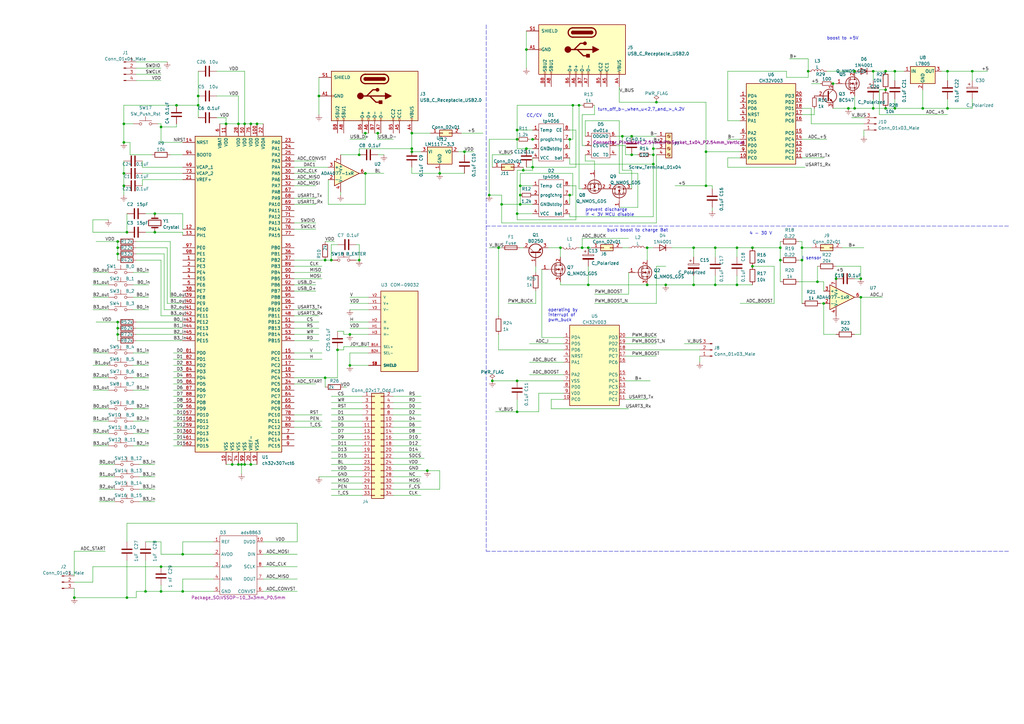
<source format=kicad_sch>
(kicad_sch (version 20211123) (generator eeschema)
  (paper "A3")
  (junction (at 347.98 44.45))
  (junction (at 138.43 143.51))
  (junction (at 66.04 52.07))
  (junction (at 215.9 60.96))
  (junction (at 213.36 83.82))
  (junction (at 200.66 80.01))
  (junction (at 367.03 29.21))
  (junction (at 97.79 50.8))
  (junction (at 48.26 99.06))
  (junction (at 99.06 190.5))
  (junction (at 201.93 156.21))
  (junction (at 302.26 116.84))
  (junction (at 367.03 44.45))
  (junction (at 265.43 116.84))
  (junction (at 143.51 149.86))
  (junction (at 48.26 104.14))
  (junction (at 74.93 227.33))
  (junction (at 215.9 20.32))
  (junction (at 353.06 121.92))
  (junction (at 50.8 58.42))
  (junction (at 30.48 245.11))
  (junction (at 102.87 190.5))
  (junction (at 237.49 43.18))
  (junction (at 328.93 101.6))
  (junction (at 238.76 101.6))
  (junction (at 168.91 62.23))
  (junction (at 229.87 101.6))
  (junction (at 63.5 87.63))
  (junction (at 133.35 154.94))
  (junction (at 241.3 116.84))
  (junction (at 233.68 80.01))
  (junction (at 363.22 36.83))
  (junction (at 214.63 69.85))
  (junction (at 190.5 62.23))
  (junction (at 342.9 114.3))
  (junction (at 81.28 43.18))
  (junction (at 100.33 50.8))
  (junction (at 218.44 57.15))
  (junction (at 284.48 101.6))
  (junction (at 48.26 134.62))
  (junction (at 63.5 95.25))
  (junction (at 52.07 95.25))
  (junction (at 378.46 44.45))
  (junction (at 212.09 156.21))
  (junction (at 66.04 242.57))
  (junction (at 133.35 106.68))
  (junction (at 105.41 50.8))
  (junction (at 234.95 43.18))
  (junction (at 50.8 50.8))
  (junction (at 50.8 76.2))
  (junction (at 293.37 101.6))
  (junction (at 273.05 116.84))
  (junction (at 331.47 29.21))
  (junction (at 204.47 101.6))
  (junction (at 267.97 60.96))
  (junction (at 241.3 101.6))
  (junction (at 269.24 41.91))
  (junction (at 143.51 137.16))
  (junction (at 212.09 57.15))
  (junction (at 95.25 190.5))
  (junction (at 168.91 54.61))
  (junction (at 358.14 29.21))
  (junction (at 308.61 101.6))
  (junction (at 284.48 116.84))
  (junction (at 350.52 44.45))
  (junction (at 48.26 132.08))
  (junction (at 92.71 50.8))
  (junction (at 213.36 80.01))
  (junction (at 97.79 190.5))
  (junction (at 218.44 68.58))
  (junction (at 388.62 29.21))
  (junction (at 180.34 71.12))
  (junction (at 350.52 29.21))
  (junction (at 320.04 106.68))
  (junction (at 66.04 232.41))
  (junction (at 147.32 63.5))
  (junction (at 212.09 168.91))
  (junction (at 265.43 101.6))
  (junction (at 212.09 53.34))
  (junction (at 308.61 109.22))
  (junction (at 147.32 106.68))
  (junction (at 205.74 83.82))
  (junction (at 50.8 71.12))
  (junction (at 255.27 55.88))
  (junction (at 259.08 63.5))
  (junction (at 149.86 71.12))
  (junction (at 130.81 39.37))
  (junction (at 267.97 67.31))
  (junction (at 259.08 55.88))
  (junction (at 154.94 54.61))
  (junction (at 337.82 124.46))
  (junction (at 335.28 115.57))
  (junction (at 358.14 44.45))
  (junction (at 320.04 101.6))
  (junction (at 175.26 193.04))
  (junction (at 363.22 44.45))
  (junction (at 81.28 39.37))
  (junction (at 100.33 190.5))
  (junction (at 168.91 60.96))
  (junction (at 74.93 242.57))
  (junction (at 302.26 101.6))
  (junction (at 102.87 50.8))
  (junction (at 353.06 114.3))
  (junction (at 341.63 34.29))
  (junction (at 212.09 87.63))
  (junction (at 388.62 44.45))
  (junction (at 48.26 101.6))
  (junction (at 398.78 29.21))
  (junction (at 213.36 76.2))
  (junction (at 289.56 62.23))
  (junction (at 233.68 57.15))
  (junction (at 328.93 106.68))
  (junction (at 289.56 76.2))
  (junction (at 293.37 116.84))
  (junction (at 135.89 106.68))
  (junction (at 59.69 242.57))
  (junction (at 267.97 63.5))
  (junction (at 48.26 137.16))
  (junction (at 363.22 29.21))
  (junction (at 72.39 43.18))
  (junction (at 52.07 245.11))
  (junction (at 149.86 54.61))
  (wire (pts (xy 66.04 227.33) (xy 74.93 227.33)))
  (wire (pts (xy 234.95 57.15) (xy 234.95 43.18)))
  (wire (pts (xy 200.66 57.15) (xy 200.66 80.01)))
  (wire (pts (xy 72.39 43.18) (xy 50.8 43.18)))
  (wire (pts (xy 161.29 170.18) (xy 172.72 170.18)))
  (wire (pts (xy 168.91 54.61) (xy 176.53 54.61)))
  (wire (pts (xy 363.22 44.45) (xy 367.03 44.45)))
  (wire (pts (xy 213.36 101.6) (xy 214.63 101.6)))
  (wire (pts (xy 40.64 195.58) (xy 46.99 195.58)))
  (wire (pts (xy 388.62 44.45) (xy 398.78 44.45)))
  (wire (pts (xy 161.29 165.1) (xy 172.72 165.1)))
  (wire (pts (xy 58.42 71.12) (xy 74.93 71.12)))
  (wire (pts (xy 66.04 240.03) (xy 66.04 242.57)))
  (wire (pts (xy 52.07 229.87) (xy 52.07 245.11)))
  (wire (pts (xy 328.93 57.15) (xy 339.09 57.15)))
  (wire (pts (xy 71.12 167.64) (xy 74.93 167.64)))
  (wire (pts (xy 143.51 127) (xy 151.13 127)))
  (wire (pts (xy 218.44 68.58) (xy 236.22 68.58)))
  (wire (pts (xy 284.48 101.6) (xy 293.37 101.6)))
  (wire (pts (xy 54.61 167.64) (xy 60.96 167.64)))
  (wire (pts (xy 237.49 43.18) (xy 238.76 43.18)))
  (wire (pts (xy 50.8 50.8) (xy 50.8 58.42)))
  (wire (pts (xy 256.54 156.21) (xy 266.7 156.21)))
  (wire (pts (xy 81.28 29.21) (xy 81.28 39.37)))
  (wire (pts (xy 212.09 168.91) (xy 220.98 168.91)))
  (wire (pts (xy 237.49 43.18) (xy 237.49 77.47)))
  (wire (pts (xy 121.92 222.25) (xy 121.92 214.63)))
  (wire (pts (xy 234.95 80.01) (xy 234.95 71.12)))
  (wire (pts (xy 302.26 101.6) (xy 293.37 101.6)))
  (wire (pts (xy 180.34 200.66) (xy 180.34 193.04)))
  (wire (pts (xy 71.12 177.8) (xy 74.93 177.8)))
  (wire (pts (xy 71.12 170.18) (xy 74.93 170.18)))
  (wire (pts (xy 265.43 106.68) (xy 265.43 101.6)))
  (wire (pts (xy 360.68 36.83) (xy 360.68 46.99)))
  (wire (pts (xy 358.14 40.64) (xy 358.14 44.45)))
  (wire (pts (xy 215.9 12.7) (xy 215.9 20.32)))
  (wire (pts (xy 212.09 156.21) (xy 231.14 156.21)))
  (wire (pts (xy 190.5 62.23) (xy 194.31 62.23)))
  (wire (pts (xy 208.28 124.46) (xy 219.71 124.46)))
  (wire (pts (xy 55.88 101.6) (xy 68.58 101.6)))
  (wire (pts (xy 120.65 83.82) (xy 129.54 83.82)))
  (wire (pts (xy 66.04 242.57) (xy 59.69 242.57)))
  (wire (pts (xy 298.45 57.15) (xy 303.53 57.15)))
  (wire (pts (xy 102.87 190.5) (xy 105.41 190.5)))
  (wire (pts (xy 273.05 109.22) (xy 269.24 109.22)))
  (wire (pts (xy 190.5 62.23) (xy 190.5 63.5)))
  (wire (pts (xy 147.32 60.96) (xy 168.91 60.96)))
  (wire (pts (xy 120.65 68.58) (xy 134.62 68.58)))
  (wire (pts (xy 180.34 71.12) (xy 190.5 71.12)))
  (wire (pts (xy 30.48 241.3) (xy 30.48 245.11)))
  (wire (pts (xy 66.04 52.07) (xy 72.39 52.07)))
  (wire (pts (xy 386.08 29.21) (xy 388.62 29.21)))
  (wire (pts (xy 71.12 160.02) (xy 74.93 160.02)))
  (wire (pts (xy 69.85 99.06) (xy 69.85 121.92)))
  (wire (pts (xy 54.61 160.02) (xy 60.96 160.02)))
  (wire (pts (xy 255.27 69.85) (xy 255.27 55.88)))
  (wire (pts (xy 284.48 101.6) (xy 284.48 105.41)))
  (wire (pts (xy 237.49 77.47) (xy 238.76 77.47)))
  (wire (pts (xy 40.64 205.74) (xy 46.99 205.74)))
  (wire (pts (xy 336.55 124.46) (xy 337.82 124.46)))
  (wire (pts (xy 54.61 127) (xy 60.96 127)))
  (wire (pts (xy 212.09 57.15) (xy 200.66 57.15)))
  (wire (pts (xy 256.54 146.05) (xy 269.24 146.05)))
  (wire (pts (xy 66.04 227.33) (xy 66.04 222.25)))
  (wire (pts (xy 57.15 190.5) (xy 63.5 190.5)))
  (wire (pts (xy 218.44 64.77) (xy 218.44 68.58)))
  (wire (pts (xy 241.3 101.6) (xy 242.57 101.6)))
  (wire (pts (xy 48.26 137.16) (xy 48.26 139.7)))
  (wire (pts (xy 398.78 44.45) (xy 398.78 40.64)))
  (wire (pts (xy 38.1 182.88) (xy 44.45 182.88)))
  (wire (pts (xy 226.06 163.83) (xy 226.06 167.64)))
  (wire (pts (xy 143.51 144.78) (xy 151.13 144.78)))
  (wire (pts (xy 135.89 100.33) (xy 138.43 100.33)))
  (wire (pts (xy 66.04 50.8) (xy 66.04 52.07)))
  (wire (pts (xy 100.33 50.8) (xy 100.33 29.21)))
  (wire (pts (xy 238.76 59.69) (xy 240.03 59.69)))
  (wire (pts (xy 107.95 242.57) (xy 121.92 242.57)))
  (wire (pts (xy 55.88 137.16) (xy 74.93 137.16)))
  (wire (pts (xy 120.65 76.2) (xy 129.54 76.2)))
  (wire (pts (xy 135.89 180.34) (xy 148.59 180.34)))
  (wire (pts (xy 50.8 66.04) (xy 50.8 71.12)))
  (wire (pts (xy 293.37 113.03) (xy 293.37 116.84)))
  (wire (pts (xy 201.93 68.58) (xy 201.93 63.5)))
  (wire (pts (xy 254 35.56) (xy 254 41.91)))
  (wire (pts (xy 236.22 90.17) (xy 212.09 90.17)))
  (wire (pts (xy 67.31 127) (xy 74.93 127)))
  (wire (pts (xy 398.78 29.21) (xy 398.78 33.02)))
  (wire (pts (xy 237.49 101.6) (xy 238.76 101.6)))
  (wire (pts (xy 38.1 232.41) (xy 38.1 238.76)))
  (wire (pts (xy 293.37 101.6) (xy 293.37 105.41)))
  (wire (pts (xy 353.06 121.92) (xy 361.95 121.92)))
  (wire (pts (xy 120.65 127) (xy 130.81 127)))
  (wire (pts (xy 143.51 137.16) (xy 151.13 137.16)))
  (wire (pts (xy 38.1 154.94) (xy 44.45 154.94)))
  (wire (pts (xy 222.25 138.43) (xy 222.25 110.49)))
  (wire (pts (xy 254 41.91) (xy 269.24 41.91)))
  (wire (pts (xy 66.04 222.25) (xy 59.69 222.25)))
  (wire (pts (xy 161.29 167.64) (xy 172.72 167.64)))
  (wire (pts (xy 218.44 57.15) (xy 219.71 57.15)))
  (wire (pts (xy 90.17 50.8) (xy 92.71 50.8)))
  (wire (pts (xy 40.64 190.5) (xy 46.99 190.5)))
  (wire (pts (xy 269.24 63.5) (xy 269.24 91.44)))
  (wire (pts (xy 256.54 59.69) (xy 256.54 63.5)))
  (wire (pts (xy 120.65 73.66) (xy 129.54 73.66)))
  (wire (pts (xy 161.29 190.5) (xy 172.72 190.5)))
  (wire (pts (xy 71.12 165.1) (xy 74.93 165.1)))
  (wire (pts (xy 320.04 101.6) (xy 320.04 106.68)))
  (wire (pts (xy 353.06 137.16) (xy 353.06 121.92)))
  (wire (pts (xy 59.69 242.57) (xy 55.88 242.57)))
  (wire (pts (xy 255.27 101.6) (xy 257.81 101.6)))
  (wire (pts (xy 302.26 113.03) (xy 302.26 116.84)))
  (wire (pts (xy 328.93 99.06) (xy 328.93 101.6)))
  (wire (pts (xy 358.14 29.21) (xy 358.14 33.02)))
  (wire (pts (xy 143.51 124.46) (xy 151.13 124.46)))
  (wire (pts (xy 213.36 71.12) (xy 213.36 76.2)))
  (wire (pts (xy 74.93 87.63) (xy 74.93 93.98)))
  (wire (pts (xy 95.25 190.5) (xy 97.79 190.5)))
  (wire (pts (xy 212.09 69.85) (xy 214.63 69.85)))
  (wire (pts (xy 38.1 90.17) (xy 44.45 90.17)))
  (wire (pts (xy 320.04 106.68) (xy 320.04 115.57)))
  (wire (pts (xy 52.07 87.63) (xy 52.07 95.25)))
  (wire (pts (xy 81.28 43.18) (xy 72.39 43.18)))
  (wire (pts (xy 269.24 91.44) (xy 205.74 91.44)))
  (wire (pts (xy 287.02 146.05) (xy 287.02 148.59)))
  (wire (pts (xy 203.2 168.91) (xy 212.09 168.91)))
  (wire (pts (xy 66.04 106.68) (xy 66.04 129.54)))
  (wire (pts (xy 135.89 185.42) (xy 148.59 185.42)))
  (wire (pts (xy 66.04 129.54) (xy 74.93 129.54)))
  (wire (pts (xy 161.29 195.58) (xy 172.72 195.58)))
  (wire (pts (xy 256.54 143.51) (xy 287.02 143.51)))
  (wire (pts (xy 212.09 69.85) (xy 212.09 87.63)))
  (wire (pts (xy 97.79 190.5) (xy 99.06 190.5)))
  (wire (pts (xy 212.09 60.96) (xy 212.09 57.15)))
  (wire (pts (xy 328.93 101.6) (xy 328.93 106.68)))
  (wire (pts (xy 317.5 109.22) (xy 317.5 124.46)))
  (wire (pts (xy 135.89 167.64) (xy 148.59 167.64)))
  (wire (pts (xy 331.47 29.21) (xy 331.47 31.75)))
  (wire (pts (xy 350.52 44.45) (xy 347.98 44.45)))
  (wire (pts (xy 259.08 55.88) (xy 269.24 55.88)))
  (wire (pts (xy 238.76 46.99) (xy 238.76 59.69)))
  (wire (pts (xy 92.71 48.26) (xy 88.9 48.26)))
  (wire (pts (xy 120.65 111.76) (xy 132.08 111.76)))
  (wire (pts (xy 120.65 71.12) (xy 129.54 71.12)))
  (wire (pts (xy 212.09 90.17) (xy 212.09 87.63)))
  (wire (pts (xy 168.91 63.5) (xy 168.91 62.23)))
  (wire (pts (xy 358.14 44.45) (xy 350.52 44.45)))
  (wire (pts (xy 345.44 101.6) (xy 354.33 101.6)))
  (wire (pts (xy 328.93 64.77) (xy 337.82 64.77)))
  (wire (pts (xy 168.91 71.12) (xy 168.91 68.58)))
  (wire (pts (xy 267.97 63.5) (xy 267.97 67.31)))
  (wire (pts (xy 298.45 64.77) (xy 303.53 64.77)))
  (wire (pts (xy 388.62 33.02) (xy 388.62 29.21)))
  (wire (pts (xy 50.8 58.42) (xy 53.34 58.42)))
  (wire (pts (xy 168.91 71.12) (xy 180.34 71.12)))
  (wire (pts (xy 58.42 73.66) (xy 74.93 73.66)))
  (wire (pts (xy 147.32 100.33) (xy 147.32 106.68)))
  (wire (pts (xy 204.47 101.6) (xy 204.47 129.54)))
  (wire (pts (xy 339.09 29.21) (xy 350.52 29.21)))
  (wire (pts (xy 257.81 111.76) (xy 257.81 120.65)))
  (wire (pts (xy 259.08 63.5) (xy 261.62 63.5)))
  (wire (pts (xy 100.33 190.5) (xy 102.87 190.5)))
  (wire (pts (xy 38.1 177.8) (xy 44.45 177.8)))
  (wire (pts (xy 59.69 229.87) (xy 59.69 242.57)))
  (wire (pts (xy 154.94 63.5) (xy 157.48 63.5)))
  (wire (pts (xy 59.69 87.63) (xy 63.5 87.63)))
  (wire (pts (xy 218.44 68.58) (xy 218.44 69.85)))
  (wire (pts (xy 212.09 163.83) (xy 212.09 168.91)))
  (wire (pts (xy 88.9 29.21) (xy 100.33 29.21)))
  (wire (pts (xy 280.67 140.97) (xy 287.02 140.97)))
  (wire (pts (xy 143.51 57.15) (xy 149.86 57.15)))
  (wire (pts (xy 30.48 245.11) (xy 52.07 245.11)))
  (wire (pts (xy 161.29 180.34) (xy 172.72 180.34)))
  (wire (pts (xy 341.63 44.45) (xy 347.98 44.45)))
  (wire (pts (xy 240.03 49.53) (xy 254 49.53)))
  (wire (pts (xy 180.34 69.85) (xy 180.34 71.12)))
  (wire (pts (xy 120.65 144.78) (xy 132.08 144.78)))
  (wire (pts (xy 38.1 172.72) (xy 44.45 172.72)))
  (wire (pts (xy 55.88 30.48) (xy 66.04 30.48)))
  (wire (pts (xy 71.12 175.26) (xy 74.93 175.26)))
  (wire (pts (xy 388.62 40.64) (xy 388.62 44.45)))
  (wire (pts (xy 358.14 29.21) (xy 363.22 29.21)))
  (wire (pts (xy 81.28 43.18) (xy 81.28 48.26)))
  (wire (pts (xy 243.84 46.99) (xy 238.76 46.99)))
  (wire (pts (xy 303.53 124.46) (xy 317.5 124.46)))
  (wire (pts (xy 38.1 95.25) (xy 52.07 95.25)))
  (wire (pts (xy 120.65 116.84) (xy 129.54 116.84)))
  (wire (pts (xy 38.1 121.92) (xy 44.45 121.92)))
  (wire (pts (xy 243.84 124.46) (xy 269.24 124.46)))
  (wire (pts (xy 149.86 83.82) (xy 134.62 83.82)))
  (wire (pts (xy 135.89 193.04) (xy 148.59 193.04)))
  (wire (pts (xy 259.08 77.47) (xy 259.08 69.85)))
  (wire (pts (xy 217.17 153.67) (xy 231.14 153.67)))
  (wire (pts (xy 240.03 63.5) (xy 240.03 66.04)))
  (wire (pts (xy 334.01 46.99) (xy 334.01 44.45)))
  (wire (pts (xy 130.81 31.75) (xy 130.81 39.37)))
  (wire (pts (xy 217.17 140.97) (xy 231.14 140.97)))
  (wire (pts (xy 269.24 41.91) (xy 289.56 41.91)))
  (wire (pts (xy 212.09 60.96) (xy 215.9 60.96)))
  (wire (pts (xy 120.65 154.94) (xy 133.35 154.94)))
  (wire (pts (xy 39.37 132.08) (xy 48.26 132.08)))
  (wire (pts (xy 100.33 50.8) (xy 102.87 50.8)))
  (wire (pts (xy 54.61 116.84) (xy 60.96 116.84)))
  (wire (pts (xy 231.14 138.43) (xy 222.25 138.43)))
  (wire (pts (xy 234.95 43.18) (xy 237.49 43.18)))
  (wire (pts (xy 140.97 143.51) (xy 138.43 143.51)))
  (wire (pts (xy 289.56 41.91) (xy 289.56 62.23)))
  (wire (pts (xy 38.1 95.25) (xy 38.1 90.17)))
  (wire (pts (xy 135.89 200.66) (xy 148.59 200.66)))
  (wire (pts (xy 149.86 54.61) (xy 151.13 54.61)))
  (wire (pts (xy 205.74 80.01) (xy 205.74 83.82)))
  (wire (pts (xy 120.65 91.44) (xy 129.54 91.44)))
  (wire (pts (xy 74.93 237.49) (xy 87.63 237.49)))
  (wire (pts (xy 140.97 135.89) (xy 140.97 137.16)))
  (wire (pts (xy 68.58 101.6) (xy 68.58 124.46)))
  (wire (pts (xy 135.89 162.56) (xy 148.59 162.56)))
  (wire (pts (xy 358.14 44.45) (xy 363.22 44.45)))
  (wire (pts (xy 328.93 44.45) (xy 332.74 44.45)))
  (wire (pts (xy 161.29 193.04) (xy 175.26 193.04)))
  (wire (pts (xy 71.12 180.34) (xy 74.93 180.34)))
  (wire (pts (xy 120.65 147.32) (xy 132.08 147.32)))
  (wire (pts (xy 276.86 76.2) (xy 289.56 76.2)))
  (wire (pts (xy 238.76 101.6) (xy 241.3 101.6)))
  (wire (pts (xy 261.62 85.09) (xy 254 85.09)))
  (wire (pts (xy 388.62 29.21) (xy 398.78 29.21)))
  (wire (pts (xy 55.88 134.62) (xy 74.93 134.62)))
  (wire (pts (xy 332.74 34.29) (xy 336.55 34.29)))
  (wire (pts (xy 143.51 134.62) (xy 151.13 134.62)))
  (wire (pts (xy 120.65 139.7) (xy 130.81 139.7)))
  (polyline (pts (xy 199.39 226.06) (xy 414.02 226.06)))
  (wire (pts (xy 48.26 104.14) (xy 48.26 106.68)))
  (wire (pts (xy 233.68 80.01) (xy 234.95 80.01)))
  (wire (pts (xy 54.61 172.72) (xy 60.96 172.72)))
  (wire (pts (xy 212.09 87.63) (xy 218.44 87.63)))
  (wire (pts (xy 120.65 114.3) (xy 132.08 114.3)))
  (wire (pts (xy 39.37 99.06) (xy 48.26 99.06)))
  (wire (pts (xy 48.26 99.06) (xy 48.26 101.6)))
  (wire (pts (xy 54.61 121.92) (xy 60.96 121.92)))
  (wire (pts (xy 367.03 44.45) (xy 378.46 44.45)))
  (wire (pts (xy 350.52 39.37) (xy 350.52 44.45)))
  (wire (pts (xy 135.89 175.26) (xy 148.59 175.26)))
  (wire (pts (xy 213.36 80.01) (xy 213.36 83.82)))
  (wire (pts (xy 204.47 101.6) (xy 205.74 101.6)))
  (wire (pts (xy 332.74 50.8) (xy 354.33 50.8)))
  (wire (pts (xy 54.61 144.78) (xy 60.96 144.78)))
  (wire (pts (xy 254 71.12) (xy 261.62 71.12)))
  (wire (pts (xy 138.43 154.94) (xy 138.43 143.51)))
  (wire (pts (xy 66.04 232.41) (xy 87.63 232.41)))
  (wire (pts (xy 69.85 63.5) (xy 74.93 63.5)))
  (wire (pts (xy 120.65 172.72) (xy 132.08 172.72)))
  (wire (pts (xy 201.93 63.5) (xy 209.55 63.5)))
  (wire (pts (xy 265.43 101.6) (xy 267.97 101.6)))
  (wire (pts (xy 378.46 44.45) (xy 388.62 44.45)))
  (wire (pts (xy 161.29 162.56) (xy 172.72 162.56)))
  (wire (pts (xy 378.46 36.83) (xy 378.46 44.45)))
  (wire (pts (xy 215.9 20.32) (xy 215.9 27.94)))
  (wire (pts (xy 71.12 144.78) (xy 74.93 144.78)))
  (wire (pts (xy 120.65 157.48) (xy 129.54 157.48)))
  (wire (pts (xy 256.54 140.97) (xy 269.24 140.97)))
  (wire (pts (xy 38.1 238.76) (xy 30.48 238.76)))
  (wire (pts (xy 135.89 198.12) (xy 148.59 198.12)))
  (wire (pts (xy 224.79 101.6) (xy 229.87 101.6)))
  (wire (pts (xy 120.65 134.62) (xy 130.81 134.62)))
  (wire (pts (xy 55.88 139.7) (xy 74.93 139.7)))
  (wire (pts (xy 367.03 40.64) (xy 367.03 44.45)))
  (wire (pts (xy 363.22 36.83) (xy 360.68 36.83)))
  (wire (pts (xy 241.3 109.22) (xy 241.3 116.84)))
  (wire (pts (xy 54.61 182.88) (xy 60.96 182.88)))
  (wire (pts (xy 121.92 214.63) (xy 52.07 214.63)))
  (wire (pts (xy 161.29 200.66) (xy 180.34 200.66)))
  (wire (pts (xy 256.54 163.83) (xy 265.43 163.83)))
  (wire (pts (xy 146.05 106.68) (xy 147.32 106.68)))
  (wire (pts (xy 135.89 106.68) (xy 133.35 106.68)))
  (wire (pts (xy 120.65 137.16) (xy 130.81 137.16)))
  (wire (pts (xy 149.86 71.12) (xy 149.86 83.82)))
  (wire (pts (xy 50.8 43.18) (xy 50.8 50.8)))
  (wire (pts (xy 269.24 109.22) (xy 269.24 124.46)))
  (wire (pts (xy 233.68 53.34) (xy 236.22 53.34)))
  (wire (pts (xy 140.97 137.16) (xy 143.51 137.16)))
  (wire (pts (xy 284.48 113.03) (xy 284.48 116.84)))
  (wire (pts (xy 298.45 68.58) (xy 330.2 68.58)))
  (wire (pts (xy 367.03 29.21) (xy 367.03 33.02)))
  (wire (pts (xy 240.03 49.53) (xy 240.03 55.88)))
  (wire (pts (xy 180.34 193.04) (xy 175.26 193.04)))
  (wire (pts (xy 255.27 55.88) (xy 259.08 55.88)))
  (wire (pts (xy 135.89 106.68) (xy 135.89 100.33)))
  (wire (pts (xy 135.89 203.2) (xy 148.59 203.2)))
  (wire (pts (xy 275.59 101.6) (xy 284.48 101.6)))
  (wire (pts (xy 266.7 63.5) (xy 267.97 63.5)))
  (wire (pts (xy 219.71 119.38) (xy 219.71 124.46)))
  (wire (pts (xy 328.93 101.6) (xy 332.74 101.6)))
  (wire (pts (xy 217.17 57.15) (xy 218.44 57.15)))
  (wire (pts (xy 140.97 142.24) (xy 151.13 142.24)))
  (wire (pts (xy 52.07 214.63) (xy 52.07 222.25)))
  (wire (pts (xy 133.35 154.94) (xy 133.35 158.75)))
  (wire (pts (xy 189.23 54.61) (xy 198.12 54.61)))
  (wire (pts (xy 120.65 66.04) (xy 129.54 66.04)))
  (wire (pts (xy 328.93 106.68) (xy 328.93 124.46)))
  (wire (pts (xy 233.68 67.31) (xy 267.97 67.31)))
  (wire (pts (xy 254 49.53) (xy 254 71.12)))
  (wire (pts (xy 64.77 50.8) (xy 66.04 50.8)))
  (wire (pts (xy 139.7 63.5) (xy 147.32 63.5)))
  (wire (pts (xy 50.8 50.8) (xy 54.61 50.8)))
  (wire (pts (xy 154.94 57.15) (xy 161.29 57.15)))
  (wire (pts (xy 54.61 177.8) (xy 60.96 177.8)))
  (wire (pts (xy 153.67 54.61) (xy 154.94 54.61)))
  (wire (pts (xy 130.81 39.37) (xy 130.81 46.99)))
  (wire (pts (xy 38.1 167.64) (xy 44.45 167.64)))
  (wire (pts (xy 267.97 88.9) (xy 267.97 67.31)))
  (wire (pts (xy 398.78 29.21) (xy 405.13 29.21)))
  (wire (pts (xy 353.06 109.22) (xy 353.06 114.3)))
  (wire (pts (xy 233.68 80.01) (xy 233.68 83.82)))
  (wire (pts (xy 120.65 106.68) (xy 133.35 106.68)))
  (wire (pts (xy 298.45 29.21) (xy 322.58 29.21)))
  (wire (pts (xy 236.22 68.58) (xy 236.22 53.34)))
  (wire (pts (xy 120.65 129.54) (xy 130.81 129.54)))
  (wire (pts (xy 55.88 242.57) (xy 55.88 245.11)))
  (wire (pts (xy 161.29 177.8) (xy 172.72 177.8)))
  (wire (pts (xy 134.62 83.82) (xy 134.62 73.66)))
  (wire (pts (xy 323.85 24.13) (xy 331.47 24.13)))
  (wire (pts (xy 67.31 104.14) (xy 67.31 127)))
  (wire (pts (xy 328.93 99.06) (xy 327.66 99.06)))
  (wire (pts (xy 298.45 64.77) (xy 298.45 68.58)))
  (wire (pts (xy 337.82 137.16) (xy 337.82 124.46)))
  (wire (pts (xy 363.22 29.21) (xy 367.03 29.21)))
  (wire (pts (xy 143.51 149.86) (xy 151.13 149.86)))
  (wire (pts (xy 341.63 34.29) (xy 342.9 34.29)))
  (wire (pts (xy 63.5 95.25) (xy 74.93 95.25)))
  (wire (pts (xy 217.17 148.59) (xy 231.14 148.59)))
  (wire (pts (xy 107.95 222.25) (xy 121.92 222.25)))
  (wire (pts (xy 120.65 81.28) (xy 129.54 81.28)))
  (wire (pts (xy 55.88 99.06) (xy 69.85 99.06)))
  (wire (pts (xy 50.8 76.2) (xy 50.8 80.01)))
  (wire (pts (xy 74.93 95.25) (xy 74.93 96.52)))
  (wire (pts (xy 154.94 54.61) (xy 156.21 54.61)))
  (wire (pts (xy 135.89 190.5) (xy 148.59 190.5)))
  (wire (pts (xy 54.61 111.76) (xy 60.96 111.76)))
  (wire (pts (xy 149.86 71.12) (xy 157.48 71.12)))
  (wire (pts (xy 298.45 49.53) (xy 303.53 49.53)))
  (wire (pts (xy 215.9 68.58) (xy 218.44 68.58)))
  (wire (pts (xy 97.79 39.37) (xy 97.79 50.8)))
  (wire (pts (xy 320.04 99.06) (xy 320.04 101.6)))
  (wire (pts (xy 74.93 237.49) (xy 74.93 242.57)))
  (wire (pts (xy 140.97 142.24) (xy 140.97 143.51)))
  (wire (pts (xy 55.88 104.14) (xy 67.31 104.14)))
  (wire (pts (xy 259.08 69.85) (xy 255.27 69.85)))
  (wire (pts (xy 298.45 49.53) (xy 298.45 29.21)))
  (wire (pts (xy 135.89 187.96) (xy 148.59 187.96)))
  (wire (pts (xy 284.48 116.84) (xy 273.05 116.84)))
  (wire (pts (xy 226.06 167.64) (xy 257.81 167.64)))
  (wire (pts (xy 143.51 144.78) (xy 143.51 149.86)))
  (wire (pts (xy 120.65 170.18) (xy 132.08 170.18)))
  (wire (pts (xy 212.09 43.18) (xy 212.09 53.34)))
  (wire (pts (xy 331.47 24.13) (xy 331.47 29.21)))
  (wire (pts (xy 50.8 71.12) (xy 50.8 76.2)))
  (wire (pts (xy 213.36 76.2) (xy 213.36 80.01)))
  (wire (pts (xy 99.06 190.5) (xy 100.33 190.5)))
  (wire (pts (xy 66.04 52.07) (xy 66.04 58.42)))
  (wire (pts (xy 233.68 88.9) (xy 267.97 88.9)))
  (wire (pts (xy 302.26 116.84) (xy 308.61 116.84)))
  (wire (pts (xy 205.74 83.82) (xy 205.74 91.44)))
  (wire (pts (xy 71.12 172.72) (xy 74.93 172.72)))
  (wire (pts (xy 71.12 162.56) (xy 74.93 162.56)))
  (wire (pts (xy 30.48 236.22) (xy 30.48 226.06)))
  (wire (pts (xy 241.3 116.84) (xy 265.43 116.84)))
  (wire (pts (xy 74.93 222.25) (xy 87.63 222.25)))
  (wire (pts (xy 226.06 163.83) (xy 231.14 163.83)))
  (wire (pts (xy 55.88 27.94) (xy 66.04 27.94)))
  (wire (pts (xy 138.43 135.89) (xy 140.97 135.89)))
  (wire (pts (xy 74.93 222.25) (xy 74.93 227.33)))
  (wire (pts (xy 139.7 78.74) (xy 139.7 80.01)))
  (wire (pts (xy 342.9 111.76) (xy 342.9 114.3)))
  (wire (pts (xy 238.76 101.6) (xy 238.76 97.79)))
  (wire (pts (xy 88.9 39.37) (xy 97.79 39.37)))
  (wire (pts (xy 349.25 48.26) (xy 354.33 48.26)))
  (wire (pts (xy 220.98 161.29) (xy 231.14 161.29)))
  (wire (pts (xy 38.1 232.41) (xy 66.04 232.41)))
  (wire (pts (xy 161.29 175.26) (xy 172.72 175.26)))
  (polyline (pts (xy 199.39 92.71) (xy 199.39 226.06)))
  (wire (pts (xy 342.9 109.22) (xy 353.06 109.22)))
  (wire (pts (xy 256.54 63.5) (xy 259.08 63.5)))
  (wire (pts (xy 335.28 115.57) (xy 337.82 115.57)))
  (wire (pts (xy 55.88 33.02) (xy 66.04 33.02)))
  (wire (pts (xy 40.64 200.66) (xy 46.99 200.66)))
  (wire (pts (xy 265.43 116.84) (xy 273.05 116.84)))
  (wire (pts (xy 57.15 205.74) (xy 63.5 205.74)))
  (wire (pts (xy 289.56 62.23) (xy 289.56 76.2)))
  (wire (pts (xy 74.93 242.57) (xy 66.04 242.57)))
  (wire (pts (xy 201.93 156.21) (xy 212.09 156.21)))
  (wire (pts (xy 168.91 62.23) (xy 172.72 62.23)))
  (wire (pts (xy 107.95 232.41) (xy 121.92 232.41)))
  (wire (pts (xy 204.47 137.16) (xy 204.47 143.51)))
  (wire (pts (xy 57.15 200.66) (xy 63.5 200.66)))
  (wire (pts (xy 71.12 149.86) (xy 74.93 149.86)))
  (wire (pts (xy 161.29 198.12) (xy 172.72 198.12)))
  (wire (pts (xy 328.93 46.99) (xy 334.01 46.99)))
  (wire (pts (xy 107.95 237.49) (xy 121.92 237.49)))
  (wire (pts (xy 161.29 182.88) (xy 172.72 182.88)))
  (wire (pts (xy 120.65 175.26) (xy 132.08 175.26)))
  (wire (pts (xy 63.5 87.63) (xy 74.93 87.63)))
  (wire (pts (xy 350.52 137.16) (xy 353.06 137.16)))
  (wire (pts (xy 105.41 50.8) (xy 107.95 50.8)))
  (wire (pts (xy 143.51 121.92) (xy 151.13 121.92)))
  (wire (pts (xy 256.54 138.43) (xy 269.24 138.43)))
  (wire (pts (xy 229.87 116.84) (xy 241.3 116.84)))
  (wire (pts (xy 267.97 60.96) (xy 269.24 60.96)))
  (wire (pts (xy 243.84 43.18) (xy 243.84 46.99)))
  (wire (pts (xy 243.84 120.65) (xy 257.81 120.65)))
  (wire (pts (xy 72.39 52.07) (xy 72.39 50.8)))
  (wire (pts (xy 74.93 242.57) (xy 87.63 242.57)))
  (wire (pts (xy 168.91 60.96) (xy 168.91 54.61)))
  (wire (pts (xy 55.88 106.68) (xy 66.04 106.68)))
  (wire (pts (xy 308.61 101.6) (xy 320.04 101.6)))
  (wire (pts (xy 68.58 124.46) (xy 74.93 124.46)))
  (wire (pts (xy 212.09 53.34) (xy 218.44 53.34)))
  (wire (pts (xy 220.98 168.91) (xy 220.98 161.29)))
  (wire (pts (xy 58.42 66.04) (xy 58.42 68.58)))
  (wire (pts (xy 231.14 143.51) (xy 204.47 143.51)))
  (wire (pts (xy 71.12 182.88) (xy 74.93 182.88)))
  (wire (pts (xy 367.03 29.21) (xy 370.84 29.21)))
  (wire (pts (xy 135.89 177.8) (xy 148.59 177.8)))
  (wire (pts (xy 267.97 63.5) (xy 267.97 60.96)))
  (wire (pts (xy 200.66 101.6) (xy 204.47 101.6)))
  (wire (pts (xy 187.96 62.23) (xy 190.5 62.23)))
  (wire (pts (xy 55.88 25.4) (xy 68.58 25.4)))
  (wire (pts (xy 252.73 59.69) (xy 256.54 59.69)))
  (wire (pts (xy 161.29 185.42) (xy 172.72 185.42)))
  (wire (pts (xy 133.35 99.06) (xy 137.16 99.06)))
  (wire (pts (xy 332.74 44.45) (xy 332.74 50.8)))
  (wire (pts (xy 161.29 172.72) (xy 172.72 172.72)))
  (wire (pts (xy 57.15 195.58) (xy 63.5 195.58)))
  (wire (pts (xy 302.26 116.84) (xy 293.37 116.84)))
  (wire (pts (xy 327.66 115.57) (xy 335.28 115.57)))
  (wire (pts (xy 58.42 76.2) (xy 58.42 73.66)))
  (wire (pts (xy 66.04 58.42) (xy 74.93 58.42)))
  (wire (pts (xy 48.26 132.08) (xy 48.26 134.62)))
  (wire (pts (xy 120.65 93.98) (xy 129.54 93.98)))
  (wire (pts (xy 233.68 57.15) (xy 234.95 57.15)))
  (wire (pts (xy 267.97 60.96) (xy 267.97 58.42)))
  (wire (pts (xy 59.69 95.25) (xy 63.5 95.25)))
  (wire (pts (xy 146.05 100.33) (xy 147.32 100.33)))
  (wire (pts (xy 342.9 137.16) (xy 337.82 137.16)))
  (wire (pts (xy 229.87 101.6) (xy 229.87 105.41)))
  (wire (pts (xy 335.28 109.22) (xy 335.28 115.57)))
  (wire (pts (xy 135.89 165.1) (xy 148.59 165.1)))
  (wire (pts (xy 302.26 101.6) (xy 308.61 101.6)))
  (wire (pts (xy 81.28 39.37) (xy 81.28 43.18)))
  (wire (pts (xy 154.94 54.61) (xy 154.94 57.15)))
  (wire (pts (xy 69.85 121.92) (xy 74.93 121.92)))
  (polyline (pts (xy 199.39 10.16) (xy 199.39 92.71)))
  (wire (pts (xy 48.26 101.6) (xy 48.26 104.14)))
  (wire (pts (xy 240.03 66.04) (xy 243.84 66.04)))
  (wire (pts (xy 71.12 154.94) (xy 74.93 154.94)))
  (wire (pts (xy 233.68 60.96) (xy 233.68 57.15)))
  (wire (pts (xy 120.65 119.38) (xy 129.54 119.38)))
  (wire (pts (xy 292.1 85.09) (xy 292.1 86.36)))
  (wire (pts (xy 135.89 170.18) (xy 148.59 170.18)))
  (wire (pts (xy 54.61 149.86) (xy 60.96 149.86)))
  (wire (pts (xy 234.95 71.12) (xy 213.36 71.12)))
  (wire (pts (xy 200.66 80.01) (xy 205.74 80.01)))
  (wire (pts (xy 161.29 187.96) (xy 173.99 187.96)))
  (wire (pts (xy 135.89 172.72) (xy 148.59 172.72)))
  (wire (pts (xy 135.89 182.88) (xy 148.59 182.88)))
  (wire (pts (xy 233.68 76.2) (xy 236.22 76.2)))
  (wire (pts (xy 350.52 114.3) (xy 353.06 114.3)))
  (wire (pts (xy 328.93 106.68) (xy 327.66 106.68)))
  (wire (pts (xy 120.65 109.22) (xy 132.08 109.22)))
  (wire (pts (xy 252.73 55.88) (xy 255.27 55.88)))
  (wire (pts (xy 337.82 115.57) (xy 337.82 119.38)))
  (wire (pts (xy 289.56 76.2) (xy 292.1 76.2)))
  (wire (pts (xy 62.23 63.5) (xy 53.34 63.5)))
  (wire (pts (xy 233.68 64.77) (xy 233.68 67.31)))
  (wire (pts (xy 99.06 190.5) (xy 99.06 194.31)))
  (wire (pts (xy 322.58 31.75) (xy 331.47 31.75)))
  (wire (pts (xy 102.87 50.8) (xy 105.41 50.8)))
  (wire (pts (xy 212.09 57.15) (xy 212.09 53.34)))
  (wire (pts (xy 53.34 58.42) (xy 53.34 63.5)))
  (wire (pts (xy 229.87 116.84) (xy 229.87 115.57)))
  (wire (pts (xy 149.86 54.61) (xy 149.86 57.15)))
  (wire (pts (xy 147.32 60.96) (xy 147.32 63.5)))
  (wire (pts (xy 97.79 50.8) (xy 100.33 50.8)))
  (wire (pts (xy 92.71 190.5) (xy 95.25 190.5)))
  (wire (pts (xy 107.95 227.33) (xy 121.92 227.33)))
  (wire (pts (xy 120.65 132.08) (xy 130.81 132.08)))
  (wire (pts (xy 354.33 53.34) (xy 354.33 55.88)))
  (wire (pts (xy 214.63 69.85) (xy 218.44 69.85)))
  (wire (pts (xy 218.44 60.96) (xy 215.9 60.96)))
  (wire (pts (xy 322.58 29.21) (xy 322.58 31.75)))
  (wire (pts (xy 218.44 76.2) (xy 213.36 76.2)))
  (wire (pts (xy 38.1 149.86) (xy 44.45 149.86)))
  (wire (pts (xy 289.56 62.23) (xy 303.53 62.23)))
  (wire (pts (xy 55.88 132.08) (xy 74.93 132.08)))
  (wire (pts (xy 140.97 158.75) (xy 142.24 158.75)))
  (wire (pts (xy 74.93 227.33) (xy 87.63 227.33)))
  (wire (pts (xy 233.68 88.9) (xy 233.68 87.63)))
  (wire (pts (xy 261.62 71.12) (xy 261.62 85.09)))
  (wire (pts (xy 38.1 127) (xy 44.45 127)))
  (wire (pts (xy 214.63 68.58) (xy 214.63 69.85)))
  (wire (pts (xy 38.1 111.76) (xy 44.45 111.76)))
  (wire (pts (xy 308.61 109.22) (xy 317.5 109.22)))
  (wire (pts (xy 130.81 195.58) (xy 148.59 195.58)))
  (wire (pts (xy 143.51 132.08) (xy 151.13 132.08)))
  (wire (pts (xy 92.71 50.8) (xy 97.79 50.8)))
  (wire (pts (xy 38.1 160.02) (xy 44.45 160.02)))
  (wire (pts (xy 243.84 66.04) (xy 243.84 69.85)))
  (wire (pts (xy 236.22 76.2) (xy 236.22 90.17)))
  (wire (pts (xy 92.71 50.8) (xy 92.71 48.26)))
  (wire (pts (xy 71.12 152.4) (xy 74.93 152.4)))
  (wire (pts (xy 71.12 157.48) (xy 74.93 157.48)))
  (wire (pts (xy 292.1 76.2) (xy 292.1 77.47)))
  (wire (pts (xy 205.74 83.82) (xy 213.36 83.82)))
  (wire (pts (xy 48.26 134.62) (xy 48.26 137.16)))
  (wire (pts (xy 58.42 68.58) (xy 74.93 68.58)))
  (wire (pts (xy 234.95 43.18) (xy 212.09 43.18)))
  (wire (pts (xy 71.12 147.32) (xy 74.93 147.32)))
  (wire (pts (xy 161.29 203.2) (xy 172.72 203.2)))
  (wire (pts (xy 302.26 105.41) (xy 302.26 101.6)))
  (wire (pts (xy 133.35 154.94) (xy 138.43 154.94)))
  (wire (pts (xy 360.68 46.99) (xy 388.62 46.99)))
  (wire (pts (xy 148.59 54.61) (xy 149.86 54.61)))
  (wire (pts (xy 168.91 62.23) (xy 168.91 60.96)))
  (wire (pts (xy 238.76 97.79) (xy 257.81 97.79)))
  (wire (pts (xy 267.97 58.42) (xy 269.24 58.42)))
  (wire (pts (xy 38.1 144.78) (xy 44.45 144.78)))
  (wire (pts (xy 54.61 154.94) (xy 60.96 154.94)))
  (wire (pts (xy 284.48 116.84) (xy 293.37 116.84)))
  (wire (pts (xy 30.48 226.06) (xy 43.18 226.06)))
  (polyline (pts (xy 199.39 92.71) (xy 414.02 92.71)))
  (wire (pts (xy 52.07 245.11) (xy 55.88 245.11)))
  (wire (pts (xy 219.71 109.22) (xy 219.71 111.76)))
  (wire (pts (xy 38.1 116.84) (xy 44.45 116.84)))
  (wire (pts (xy 213.36 83.82) (xy 218.44 83.82)))
  (text "4 - 30 V" (at 307.34 96.52 0) (effects (font (size 1.27 1.27)) (justify left bottom)))
  (text "turn_off_b-_when_u<2,7_and_>_4,2V" (at 245.11 45.72 0) (effects (font (size 1.27 1.27)) (justify left bottom)))
  (text "CC/CV" (at 215.9 48.26 0) (effects (font (size 1.27 1.27)) (justify left bottom)))
  (text "I sensor\n" (at 328.93 106.68 0) (effects (font (size 1.27 1.27)) (justify left bottom)))
  (text "prevent discharge\nif < 3V MCU disable\n" (at 240.03 88.9 0) (effects (font (size 1.27 1.27)) (justify left bottom)))
  (text "operating by\ninterrupt of\npwm_buck" (at 224.79 132.08 0) (effects (font (size 1.27 1.27)) (justify left bottom)))
  (text "buck boost to charge Bat" (at 248.92 95.25 0) (effects (font (size 1.27 1.27)) (justify left bottom)))
  (text "boost to +5V" (at 339.09 16.51 0) (effects (font (size 1.27 1.27)) (justify left bottom)))
  (label "B2_in" (at 55.88 172.72 0))
  (label "RD" (at 125.73 139.7 0))
  (label "PWM_BUCK" (at 259.08 138.43 0))
  (label "D14" (at 72.39 180.34 0))
  (label "B0_in" (at 56.2196 116.84 0))
  (label "PWM_BOOST_N" (at 259.08 140.97 0))
  (label "ADC_BUCK" (at 238.76 97.79 0))
  (label "D3" (at 72.39 152.4 0))
  (label "B0_out" (at 38.1 167.64 0))
  (label "SDCS" (at 167.64 187.96 0))
  (label "+5" (at 402.59 29.21 0))
  (label "CS" (at 125.73 132.08 0))
  (label "B2_out" (at 40.64 200.66 0))
  (label "ADC_+5" (at 379.73 46.99 0))
  (label "CS" (at 138.43 162.56 0))
  (label "VDD" (at 43.18 99.06 0))
  (label "H" (at 143.51 132.08 0))
  (label "VDD" (at 113.03 222.25 0))
  (label "B1_out" (at 69.85 124.46 0))
  (label "ADC_MISO" (at 109.22 237.49 0))
  (label "ADC_BOOST" (at 218.44 153.67 0))
  (label "ADC_CONVST" (at 109.22 242.57 0))
  (label "B3_in" (at 58.42 195.58 0))
  (label "PWM_BOOST" (at 259.08 146.05 0))
  (label "SWDIO" (at 59.69 27.94 0))
  (label "+5" (at 342.9 111.76 0))
  (label "GND" (at 138.43 195.58 0))
  (label "B3_out" (at 38.1 182.88 0))
  (label "D7" (at 138.43 177.8 0))
  (label "D1" (at 138.43 170.18 0))
  (label "NRST" (at 71.12 58.42 0))
  (label "ADC_MOSI" (at 121.92 76.2 0))
  (label "B3_in" (at 71.12 139.7 0))
  (label "B3_out" (at 40.64 205.74 0))
  (label "ADC_MISO" (at 121.92 73.66 0))
  (label "USART1_Tx" (at 330.2 64.77 0))
  (label "USART1_Tx" (at 121.92 81.28 0))
  (label "B1_out" (at 40.64 195.58 0))
  (label "B0_in" (at 55.88 127 0))
  (label "ADC_MOSI" (at 109.22 227.33 0))
  (label "B1_in" (at 55.88 154.94 0))
  (label "B3_in" (at 58.42 200.66 0))
  (label "B2_out" (at 38.1 177.8 0))
  (label "+5" (at 278.13 76.2 0))
  (label "+5" (at 191.77 54.61 0))
  (label "VDD" (at 62.23 33.02 0))
  (label "USART1_Rx" (at 330.2 68.58 0))
  (label "B2_in" (at 55.88 182.88 0))
  (label "D14" (at 167.64 185.42 0))
  (label "VDD" (at 41.91 132.08 0))
  (label "B0_in" (at 55.88 111.76 0))
  (label "D0" (at 72.39 144.78 0))
  (label "USART3_Rx" (at 256.54 167.64 0))
  (label "RST" (at 127 170.18 0))
  (label "VDD" (at 90.17 48.26 0))
  (label "B2_in" (at 71.12 137.16 0))
  (label "USART3_Tx" (at 121.92 127 0))
  (label "B0_out" (at 40.64 190.5 0))
  (label "V_BUS" (at 200.66 101.6 0))
  (label "D6" (at 167.64 175.26 0))
  (label "NC" (at 167.64 195.58 0))
  (label "PWM_BOOST_N" (at 243.84 124.46 0))
  (label "RS" (at 125.73 134.62 0))
  (label "D5" (at 138.43 175.26 0))
  (label "D12" (at 72.39 175.26 0))
  (label "MOSI" (at 167.64 198.12 0))
  (label "VDD" (at 190.5 62.23 0))
  (label "D13" (at 72.39 177.8 0))
  (label "VDD" (at 93.98 29.21 0))
  (label "V_BUS" (at 281.94 140.97 0))
  (label "ADC_CLK" (at 121.92 71.12 0))
  (label "D15" (at 72.39 182.88 0))
  (label "H" (at 127 147.32 0))
  (label "VDD" (at 143.51 124.46 0))
  (label "D11" (at 72.39 172.72 0))
  (label "PWM_BOOST" (at 243.84 120.65 0))
  (label "BL" (at 138.43 190.5 0))
  (label "D0" (at 167.64 167.64 0))
  (label "B0_out" (at 69.85 121.92 0))
  (label "SWDIO" (at 123.19 91.44 0))
  (label "D2" (at 167.64 170.18 0))
  (label "ADC_I" (at 356.87 121.92 0))
  (label "F_CS" (at 167.64 200.66 0))
  (label "VDD" (at 93.98 39.37 0))
  (label "D1" (at 72.39 147.32 0))
  (label "B0_in" (at 71.12 132.08 0))
  (label "ADC_I" (at 219.71 140.97 0))
  (label "D4" (at 72.39 154.94 0))
  (label "BL" (at 153.67 71.12 0))
  (label "USB_D+" (at 121.92 119.38 0))
  (label "B1_out" (at 38.7717 149.86 0))
  (label "CLK" (at 127 109.22 0))
  (label "B3_out" (at 38.1 127 0))
  (label "B0_out" (at 38.1 111.76 0))
  (label "B0_out" (at 38.1 144.78 0))
  (label "RST" (at 138.43 167.64 0))
  (label "USART3_Tx" (at 257.81 163.83 0))
  (label "SWCLK" (at 123.19 93.98 0))
  (label "USB_D+" (at 143.51 57.15 0))
  (label "D13" (at 138.43 185.42 0))
  (label "B1_out" (at 38.1 172.72 0))
  (label "JOY_BUT" (at 143.51 142.24 0))
  (label "B3_out" (at 69.85 129.54 0))
  (label "SWCLK" (at 59.69 30.48 0))
  (label "B1_in" (at 55.88 144.78 0))
  (label "VDD" (at 138.43 193.04 0))
  (label "D10" (at 167.64 180.34 0))
  (label "ADC_+5" (at 331.47 57.15 0))
  (label "RS" (at 167.64 162.56 0))
  (label "USART3_Rx" (at 121.92 129.54 0))
  (label "WR" (at 125.73 137.16 0))
  (label "USB_D-" (at 154.94 57.15 0))
  (label "B3_in" (at 58.42 205.74 0))
  (label "ADC_START" (at 121.92 157.48 0))
  (label "VDD" (at 167.64 190.5 0))
  (label "ADC_BOOST" (at 306.07 124.46 0))
  (label "B-" (at 266.7 55.88 0))
  (label "B2_out" (at 38.1 121.92 0))
  (label "WR" (at 138.43 165.1 0))
  (label "MOSI" (at 127 114.3 0))
  (label "PWM_BUCK" (at 208.28 124.46 0))
  (label "D12" (at 167.64 182.88 0))
  (label "VDD" (at 133.35 99.06 0))
  (label "B1_in" (at 55.88 160.02 0))
  (label "ADC_START" (at 33.02 226.06 0))
  (label "MISO" (at 127 111.76 0))
  (label "B1_out" (at 38.1 116.84 0))
  (label "V_BUS" (at 254 38.1 0))
  (label "D9" (at 72.39 167.64 0))
  (label "B+" (at 323.85 24.13 0))
  (label "V_BUS" (at 204.47 63.5 0))
  (label "+5" (at 332.74 34.29 0))
  (label "T_CS" (at 127 175.26 0))
  (label "DAC1" (at 124.46 68.58 0))
  (label "D15" (at 138.43 187.96 0))
  (label "D4" (at 167.64 172.72 0))
  (label "V_BUS" (at 349.25 48.26 0))
  (label "ADC_CLK" (at 109.22 232.41 0))
  (label "V_BUS" (at 204.47 168.91 0))
  (label "ADC_CONVST" (at 121.92 66.04 0))
  (label "D8" (at 167.64 177.8 0))
  (label "PEN" (at 127 172.72 0))
  (label "B+" (at 267.97 58.42 0))
  (label "T_CS" (at 138.43 203.2 0))
  (label "B3_in" (at 58.42 190.5 0))
  (label "B3_out" (at 38.1 160.02 0))
  (label "B+" (at 347.98 101.6 0))
  (label "D6" (at 72.39 160.02 0))
  (label "B+" (at 260.35 156.21 0))
  (label "ADC_BUCK" (at 218.44 148.59 0))
  (label "D11" (at 138.43 182.88 0))
  (label "B2_out" (at 69.85 127 0))
  (label "CLK" (at 167.64 203.2 0))
  (label "VDD" (at 143.51 134.62 0))
  (label "USB_D-" (at 121.92 116.84 0))
  (label "V" (at 143.51 121.92 0))
  (label "B1_in" (at 71.12 134.62 0))
  (label "D7" (at 72.39 162.56 0))
  (label "GND" (at 167.64 193.04 0))
  (label "D3" (at 138.43 172.72 0))
  (label "V" (at 127 144.78 0))
  (label "B1_in" (at 55.88 149.86 0))
  (label "B2_out" (at 38.1 154.94 0))
  (label "D8" (at 72.39 165.1 0))
  (label "MISO" (at 138.43 198.12 0))
  (label "D10" (at 72.39 170.18 0))
  (label "VDD" (at 139.7 158.75 0))
  (label "RD" (at 167.64 165.1 0))
  (label "B2_in" (at 55.88 177.8 0))
  (label "B2_in" (at 55.88 167.64 0))
  (label "B-" (at 298.45 57.15 0))
  (label "D5" (at 72.39 157.48 0))
  (label "PEN" (at 138.43 200.66 0))
  (label "D9" (at 138.43 180.34 0))
  (label "USART1_Rx" (at 121.92 83.82 0))
  (label "D2" (at 72.39 149.86 0))
  (label "B0_in" (at 55.88 121.92 0))
  (symbol (lib_id "Device:R") (at 308.61 113.03 0) (unit 1)
    (property "Reference" "R17" (at 310.388 112.1953 0) (effects (justify left)))
    (property "Value" "10k" (at 310.388 114.7322 0) (effects (justify left)))
    (property "Footprint" "Resistor_SMD:R_0603_1608Metric" (effects hide))
  )
  (symbol (lib_id "Device:R_Small") (at 214.63 57.15 90) (unit 1)
    (property "Reference" "R11" (at 214.63 52.7136 90))
    (property "Value" "1,2k" (at 214.63 55.2505 90))
    (property "Footprint" "Resistor_SMD:R_0603_1608Metric" (effects hide))
  )
  (symbol (lib_id "Device:R_Small") (at 241.3 43.18 90) (unit 1)
    (property "Reference" "R13" (at 241.3 38.7436 90))
    (property "Value" "1k" (at 241.3 41.2805 90))
    (property "Footprint" "Resistor_SMD:R_0603_1608Metric" (effects hide))
  )
  (symbol (lib_id "Switch:SW_Push") (at 49.53 127 0) (unit 1)
    (property "Reference" "SW4" (at 46.99 124.46 0))
    (property "Value" "B_3" (at 53.34 124.46 0))
    (property "Footprint" "Button_Switch_THT:SW_PUSH_6mm_H8mm" (effects hide))
  )
  (symbol (lib_id "Connector:Conn_01x03_Male") (at 25.4 238.76 0) (unit 1)
    (property "Reference" "J2" (at 26.035 232.444 0))
    (property "Value" "Conn_01x03_Male" (at 26.035 234.9809 0))
    (property "Footprint" "Connector_PinHeader_2.54mm:PinHeader_1x03_P2.54mm_Vertical" (effects hide))
  )
  (symbol (lib_id "Switch:SW_Push") (at 49.53 167.64 0) (unit 1)
    (property "Reference" "SW9" (at 46.99 165.1 0))
    (property "Value" "B_8" (at 53.34 165.1 0))
    (property "Footprint" "Button_Switch_THT:SW_PUSH_6mm_H8mm" (effects hide))
  )
  (symbol (lib_id "power:Earth") (at 30.48 245.11 0) (unit 1)
    (property "Reference" "#PWR0101" (effects hide))
    (property "Value" "Earth" (effects hide))
  )
  (symbol (lib_id "Switch:SW_Push") (at 49.53 160.02 0) (unit 1)
    (property "Reference" "SW8" (at 46.99 157.48 0))
    (property "Value" "B_7" (at 53.34 157.48 0))
    (property "Footprint" "Button_Switch_THT:SW_PUSH_6mm_H8mm" (effects hide))
  )
  (symbol (lib_id "Switch:SW_Push") (at 52.07 205.74 0) (unit 1)
    (property "Reference" "SW16" (at 49.53 203.2 0))
    (property "Value" "B_15" (at 55.88 203.2 0))
    (property "Footprint" "Button_Switch_THT:SW_PUSH_6mm_H8mm" (effects hide))
  )
  (symbol (lib_id "Switch:SW_Push") (at 49.53 182.88 0) (unit 1)
    (property "Reference" "SW12" (at 46.99 180.34 0))
    (property "Value" "B_11" (at 53.34 180.34 0))
    (property "Footprint" "Button_Switch_THT:SW_PUSH_6mm_H8mm" (effects hide))
  )
  (symbol (lib_id "power:Earth") (at 143.51 127 0) (unit 1)
    (property "Reference" "#PWR08" (effects hide))
    (property "Value" "Earth" (effects hide))
  )
  (symbol (lib_id "Device:C") (at 388.62 36.83 180) (unit 1)
    (property "Reference" "C22" (at 392.43 34.29 90))
    (property "Value" "0.1uF" (at 392.43 39.37 90))
    (property "Footprint" "Capacitor_SMD:C_0603_1608Metric" (effects hide))
  )
  (symbol (lib_id "Device:C") (at 367.03 36.83 180) (unit 1)
    (property "Reference" "C21" (at 370.84 34.29 90))
    (property "Value" "0.1uF" (at 370.84 39.37 90))
    (property "Footprint" "Capacitor_SMD:C_0603_1608Metric" (effects hide))
  )
  (symbol (lib_id "power:Earth") (at 273.05 116.84 0) (unit 1)
    (property "Reference" "#PWR019" (effects hide))
    (property "Value" "Earth" (effects hide))
  )
  (symbol (lib_id "Switch:SW_Push") (at 49.53 144.78 0) (unit 1)
    (property "Reference" "SW5" (at 46.99 142.24 0))
    (property "Value" "B_4" (at 53.34 142.24 0))
    (property "Footprint" "Button_Switch_THT:SW_PUSH_6mm_H8mm" (effects hide))
  )
  (symbol (lib_id "Device:C") (at 85.09 39.37 270) (unit 1)
    (property "Reference" "C5" (at 82.55 35.56 90))
    (property "Value" "10u" (at 87.63 35.56 90))
    (property "Footprint" "Capacitor_SMD:C_0603_1608Metric" (effects hide))
  )
  (symbol (lib_id "Device:Q_NMOS_GDS") (at 227.33 110.49 0) (unit 1)
    (property "Reference" "Q7" (at 232.537 109.6553 0) (effects (justify left)))
    (property "Value" "Q_NMOS_GDS" (at 232.537 112.1922 0) (effects (justify left)))
    (property "Footprint" "Package_TO_SOT_SMD:SOT-223" (effects hide))
  )
  (symbol (lib_id "power:Earth") (at 200.66 80.01 0) (unit 1)
    (property "Reference" "#PWR017" (effects hide))
    (property "Value" "Earth" (effects hide))
  )
  (symbol (lib_id "Connector:Conn_01x03_Male") (at 359.41 50.8 180) (unit 1)
    (property "Reference" "J10" (at 360.1212 49.9653 0) (effects (justify right)))
    (property "Value" "Conn_01x03_Male" (at 360.1212 52.5022 0) (effects (justify right)))
    (property "Footprint" "Connector_PinHeader_2.54mm:PinHeader_1x03_P2.54mm_Vertical" (effects hide))
  )
  (symbol (lib_id "Device:R") (at 323.85 106.68 90) (unit 1)
    (property "Reference" "R19" (at 323.85 101.9642 90))
    (property "Value" "0.22" (at 323.85 104.5011 90))
    (property "Footprint" "Resistor_SMD:R_0603_1608Metric" (effects hide))
  )
  (symbol (lib_id "Device:R") (at 308.61 105.41 180) (unit 1)
    (property "Reference" "R16" (at 310.388 104.5753 0) (effects (justify right)))
    (property "Value" "50k" (at 310.388 107.1122 0) (effects (justify right)))
    (property "Footprint" "Resistor_SMD:R_0603_1608Metric" (effects hide))
  )
  (symbol (lib_id "Connector:USB_C_Receptacle_USB2.0") (at 153.67 39.37 270) (unit 1)
    (property "Reference" "J3" (at 172.212 38.5353 90) (effects (justify left)))
    (property "Value" "USB_C_Receptacle_USB2.0" (at 172.212 41.0722 90) (effects (justify left)))
    (property "Footprint" "Connector_USB:USB_C_Receptacle_HRO_TYPE-C-31-M-12" (effects hide))
    (property "Datasheet" "https://www.usb.org/sites/default/files/documents/usb_type-c.zip" (effects hide))
  )
  (symbol (lib_id "Switch:SW_Push") (at 52.07 195.58 0) (unit 1)
    (property "Reference" "SW14" (at 49.53 193.04 0))
    (property "Value" "B_13" (at 55.88 193.04 0))
    (property "Footprint" "Button_Switch_THT:SW_PUSH_6mm_H8mm" (effects hide))
  )
  (symbol (lib_id "Device:C") (at 190.5 67.31 180) (unit 1)
    (property "Reference" "C10" (at 194.31 64.77 90))
    (property "Value" "0.1uF" (at 194.31 69.85 90))
    (property "Footprint" "Capacitor_SMD:C_0603_1608Metric" (effects hide))
  )
  (symbol (lib_id "Device:R") (at 323.85 99.06 90) (unit 1)
    (property "Reference" "R18" (at 323.85 94.3442 90))
    (property "Value" "0.22" (at 323.85 96.8811 90))
    (property "Footprint" "Resistor_SMD:R_0603_1608Metric" (effects hide))
  )
  (symbol (lib_id "Connector:Conn_01x04_Male") (at 50.8 27.94 0) (unit 1)
    (property "Reference" "J1" (at 51.435 21.624 0))
    (property "Value" "Conn_01x04_Male" (at 51.435 24.1609 0))
    (property "Footprint" "Connector_PinHeader_2.54mm:PinHeader_1x04_P2.54mm_Vertical" (effects hide))
  )
  (symbol (lib_id "Switch:SW_Push") (at 59.69 50.8 0) (unit 1)
    (property "Reference" "SW17" (at 59.69 44.1792 0))
    (property "Value" "SW_Push_Rst" (at 59.69 46.7161 0))
    (property "Footprint" "Button_Switch_THT:SW_PUSH_6mm_H8mm" (effects hide))
  )
  (symbol (lib_id "power:Earth") (at 287.02 148.59 0) (unit 1)
    (property "Reference" "#PWR020" (effects hide))
    (property "Value" "Earth" (effects hide))
  )
  (symbol (lib_id "Device:R") (at 52.07 101.6 270) (unit 1)
    (property "Reference" "R2" (at 50.8 101.6 90))
    (property "Value" "2k" (at 53.34 101.6 90))
    (property "Footprint" "Resistor_SMD:R_0603_1608Metric" (effects hide))
  )
  (symbol (lib_id "Switch:SW_Push") (at 49.53 116.84 0) (unit 1)
    (property "Reference" "SW2" (at 46.99 114.3 0))
    (property "Value" "B_1" (at 53.34 114.3 0))
    (property "Footprint" "Button_Switch_THT:SW_PUSH_6mm_H8mm" (effects hide))
  )
  (symbol (lib_id "power:Earth") (at 342.9 129.54 0) (unit 1)
    (property "Reference" "#PWR023" (effects hide))
    (property "Value" "Earth" (effects hide))
  )
  (symbol (lib_id "Device:R") (at 52.07 132.08 270) (unit 1)
    (property "Reference" "R5" (at 50.8 132.08 90))
    (property "Value" "2k" (at 53.34 132.08 90))
    (property "Footprint" "Resistor_SMD:R_0603_1608Metric" (effects hide))
  )
  (symbol (lib_id "Amplifier_Operational:ADA4077-1xR") (at 345.44 121.92 0) (unit 1)
    (property "Reference" "U7" (at 358.044 118.0933 0))
    (property "Value" "ADA4077-1xR" (at 341.63 121.92 0))
    (property "Footprint" "Package_SO:SOIC-8_3.9x4.9mm_P1.27mm" (effects hide))
    (property "Datasheet" "https://www.analog.com/media/en/technical-documentation/data-sheets/ADA4077-1_4077-2_4077-4.pdf" (effects hide))
  )
  (symbol (lib_id "Device:R") (at 52.07 137.16 270) (unit 1)
    (property "Reference" "R7" (at 50.8 137.16 90))
    (property "Value" "2k" (at 53.34 137.16 90))
    (property "Footprint" "Resistor_SMD:R_0603_1608Metric" (effects hide))
  )
  (symbol (lib_id "Device:C") (at 55.88 87.63 270) (unit 1)
    (property "Reference" "C2" (at 53.34 83.82 90))
    (property "Value" "15pF" (at 58.42 83.82 90))
    (property "Footprint" "Capacitor_SMD:C_0603_1608Metric" (effects hide))
  )
  (symbol (lib_id "Device:Crystal") (at 63.5 91.44 270) (unit 1)
    (property "Reference" "Y1" (at 66.8274 90.6053 90) (effects (justify left)))
    (property "Value" "Crystal" (at 66.8274 93.1422 90) (effects (justify left)))
    (property "Footprint" "Crystal:Crystal_HC18-U_Vertical" (effects hide))
  )
  (symbol (lib_id "Connector_Generic:Conn_02x01") (at 247.65 101.6 0) (unit 1)
    (property "Reference" "J6" (at 247.65 104.14 0))
    (property "Value" "Conn_02x01" (at 248.92 99.1671 0))
    (property "Footprint" "Connector_PinHeader_2.54mm:PinHeader_1x02_P2.54mm_Vertical" (effects hide))
  )
  (symbol (lib_id "Device:R") (at 52.07 134.62 270) (unit 1)
    (property "Reference" "R6" (at 50.8 134.62 90))
    (property "Value" "2k" (at 53.34 134.62 90))
    (property "Footprint" "Resistor_SMD:R_0603_1608Metric" (effects hide))
  )
  (symbol (lib_id "Device:C_Polarized") (at 398.78 36.83 0) (unit 1)
    (property "Reference" "C30" (at 400.05 33.02 0) (effects (justify left)))
    (property "Value" "C_Polarized" (at 396.24 43.18 0) (effects (justify left)))
    (property "Footprint" "Capacitor_THT:CP_Radial_D8.0mm_P3.80mm" (effects hide))
  )
  (symbol (lib_id "Device:R_Small") (at 339.09 34.29 90) (unit 1)
    (property "Reference" "R29" (at 336.55 30.48 90))
    (property "Value" "100" (at 339.09 32.3905 90))
    (property "Footprint" "Resistor_SMD:R_0603_1608Metric" (effects hide))
  )
  (symbol (lib_id "New_Library:CH32V003") (at 243.84 151.13 0) (unit 1)
    (property "Reference" "U5" (at 243.84 129.6502 0))
    (property "Value" "CH32V003" (at 243.84 132.1871 0))
    (property "Footprint" "Package_SO:TSSOP-20_4.4x6.5mm_P0.65mm" (effects hide))
  )
  (symbol (lib_id "Device:C") (at 346.71 114.3 270) (unit 1)
    (property "Reference" "C19" (at 344.17 113.03 90))
    (property "Value" "0,1uF" (at 350.52 113.03 90))
    (property "Footprint" "Capacitor_SMD:C_0603_1608Metric" (effects hide))
  )
  (symbol (lib_id "Connector_Generic:Conn_02x17_Odd_Even") (at 153.67 182.88 0) (unit 1)
    (property "Reference" "J4" (at 149.86 205.74 0))
    (property "Value" "Conn_02x17_Odd_Even" (at 154.94 160.1271 0))
    (property "Footprint" "Connector_PinHeader_2.54mm:PinHeader_2x17_P2.54mm_Vertical" (effects hide))
  )
  (symbol (lib_id "New_Library:CH32V003") (at 316.23 52.07 0) (unit 1)
    (property "Reference" "U6" (at 316.23 30.5902 0))
    (property "Value" "CH32V003" (at 316.23 33.1271 0))
    (property "Footprint" "Package_SO:TSSOP-20_4.4x6.5mm_P0.65mm" (effects hide))
  )
  (symbol (lib_id "Device:R") (at 52.07 139.7 270) (unit 1)
    (property "Reference" "R8" (at 50.8 139.7 90))
    (property "Value" "2k" (at 53.34 139.7 90))
    (property "Footprint" "Resistor_SMD:R_0603_1608Metric" (effects hide))
  )
  (symbol (lib_id "Device:R") (at 52.07 99.06 270) (unit 1)
    (property "Reference" "R1" (at 50.8 99.06 90))
    (property "Value" "2k" (at 53.34 99.06 90))
    (property "Footprint" "Resistor_SMD:R_0603_1608Metric" (effects hide))
  )
  (symbol (lib_id "power:Earth") (at 175.26 193.04 0) (unit 1)
    (property "Reference" "#PWR014" (effects hide))
    (property "Value" "Earth" (effects hide))
  )
  (symbol (lib_id "Device:C") (at 66.04 236.22 180) (unit 1)
    (property "Reference" "C29" (at 69.85 233.68 90))
    (property "Value" "1 nF" (at 69.85 238.76 90))
    (property "Footprint" "Capacitor_SMD:C_0603_1608Metric" (effects hide))
  )
  (symbol (lib_id "New_Library:ads8863") (at 97.79 231.14 0) (unit 1)
    (property "Reference" "D3" (at 91.44 218.44 0))
    (property "Value" "ads8863" (at 102.87 218.44 0))
    (property "Footprint" "Package_SO:VSSOP-10_3x3mm_P0.5mm" (at 97.79 245.11 0))
  )
  (symbol (lib_id "Device:Fuse") (at 209.55 101.6 90) (unit 1)
    (property "Reference" "F1" (at 209.55 97.1382 90))
    (property "Value" "Fuse" (at 209.55 99.6751 90))
    (property "Footprint" "Fuse:Fuse_0603_1608Metric" (effects hide))
  )
  (symbol (lib_id "New_Library:ch32v307vct6") (at 97.79 119.38 0) (unit 1)
    (property "Reference" "U1" (at 107.4294 187.4504 0) (effects (justify left)))
    (property "Value" "ch32v307vct6" (at 107.4294 189.9873 0) (effects (justify left)))
    (property "Footprint" "Package_QFP:LQFP-100_14x14mm_P0.5mm" (effects hide))
    (property "Datasheet" "http://www.st.com/st-web-ui/static/active/en/resource/technical/document/datasheet/DM00037051.pdf" (effects hide))
  )
  (symbol (lib_id "power:Earth") (at 353.06 114.3 0) (unit 1)
    (property "Reference" "#PWR025" (effects hide))
    (property "Value" "Earth" (effects hide))
  )
  (symbol (lib_id "Device:R") (at 66.04 63.5 90) (unit 1)
    (property "Reference" "R9" (at 66.04 58.7842 90))
    (property "Value" "10k" (at 66.04 61.3211 90))
    (property "Footprint" "Resistor_SMD:R_0603_1608Metric" (effects hide))
  )
  (symbol (lib_id "Device:R") (at 363.22 33.02 180) (unit 1)
    (property "Reference" "R27" (at 359.41 30.48 0) (effects (justify right)))
    (property "Value" "10k" (at 358.14 33.02 0) (effects (justify right)))
    (property "Footprint" "Resistor_SMD:R_0603_1608Metric" (effects hide))
  )
  (symbol (lib_id "Device:R") (at 219.71 115.57 180) (unit 1)
    (property "Reference" "R25" (at 215.9 114.3 0) (effects (justify right)))
    (property "Value" "1k" (at 215.9 116.84 0) (effects (justify right)))
    (property "Footprint" "Resistor_SMD:R_0603_1608Metric" (effects hide))
  )
  (symbol (lib_id "Device:C") (at 52.07 226.06 180) (unit 1)
    (property "Reference" "C27" (at 55.88 223.52 90))
    (property "Value" "1uF" (at 55.88 228.6 90))
    (property "Footprint" "Capacitor_SMD:C_0603_1608Metric" (effects hide))
  )
  (symbol (lib_id "Switch:SW_Push") (at 49.53 154.94 0) (unit 1)
    (property "Reference" "SW7" (at 46.99 152.4 0))
    (property "Value" "B_6" (at 53.34 152.4 0))
    (property "Footprint" "Button_Switch_THT:SW_PUSH_6mm_H8mm" (effects hide))
  )
  (symbol (lib_id "Device:C") (at 142.24 100.33 270) (unit 1)
    (property "Reference" "C7" (at 139.7 96.52 90))
    (property "Value" "0.1uF" (at 144.78 96.52 90))
    (property "Footprint" "Capacitor_SMD:C_0603_1608Metric" (effects hide))
  )
  (symbol (lib_id "Device:R") (at 133.35 102.87 180) (unit 1)
    (property "Reference" "R10" (at 130.81 104.14 90))
    (property "Value" "2k" (at 133.35 101.6 90))
    (property "Footprint" "Resistor_SMD:R_0603_1608Metric" (effects hide))
  )
  (symbol (lib_id "Device:C") (at 151.13 63.5 270) (unit 1)
    (property "Reference" "C8" (at 148.59 59.69 90))
    (property "Value" "0,1uF" (at 153.67 59.69 90))
    (property "Footprint" "Capacitor_SMD:C_0603_1608Metric" (effects hide))
  )
  (symbol (lib_id "power:Earth") (at 201.93 156.21 0) (unit 1)
    (property "Reference" "#PWR016" (effects hide))
    (property "Value" "Earth" (effects hide))
  )
  (symbol (lib_id "Connector:Screw_Terminal_01x04") (at 274.32 58.42 0) (unit 1)
    (property "Reference" "J7" (at 276.352 58.8553 0) (effects (justify left)))
    (property "Value" "Screw_Terminal_01x04" (at 257.81 68.58 0) (effects (justify left)))
    (property "Footprint" "Connector_PinSocket_2.54mm:PinSocket_1x04_P2.54mm_Vertical" (at 274.32 58.42 0))
  )
  (symbol (lib_id "Device:C") (at 138.43 139.7 0) (unit 1)
    (property "Reference" "C25" (at 134.62 142.24 90))
    (property "Value" "0.1uF" (at 134.62 137.16 90))
    (property "Footprint" "Capacitor_SMD:C_0603_1608Metric" (effects hide))
  )
  (symbol (lib_id "power:PWR_FLAG") (at 269.24 41.91 0) (unit 1)
    (property "Reference" "#FLG0102" (effects hide))
    (property "Value" "PWR_FLAG" (at 269.24 38.3342 0))
  )
  (symbol (lib_id "Switch:SW_Push") (at 49.53 149.86 0) (unit 1)
    (property "Reference" "SW6" (at 46.99 147.32 0))
    (property "Value" "B_5" (at 53.34 147.32 0))
    (property "Footprint" "Button_Switch_THT:SW_PUSH_6mm_H8mm" (effects hide))
  )
  (symbol (lib_id "Diode:1N4001") (at 271.78 101.6 180) (unit 1)
    (property "Reference" "D4" (at 271.78 96.6302 0))
    (property "Value" "1N4001" (at 271.78 99.1671 0))
    (property "Footprint" "Diode_THT:D_DO-41_SOD81_P10.16mm_Horizontal" (effects hide))
    (property "Datasheet" "http://www.vishay.com/docs/88503/1n4001.pdf" (effects hide))
  )
  (symbol (lib_id "Device:R") (at 52.07 106.68 270) (unit 1)
    (property "Reference" "R4" (at 50.8 106.68 90))
    (property "Value" "2k" (at 53.34 106.68 90))
    (property "Footprint" "Resistor_SMD:R_0603_1608Metric" (effects hide))
  )
  (symbol (lib_id "New_Library:tp4056") (at 226.06 58.42 0) (unit 1)
    (property "Reference" "D1" (at 226.06 47.151 0))
    (property "Value" "tp4056" (at 226.06 49.6879 0))
    (property "Footprint" "Package_SO:SOIC-8_3.9x4.9mm_P1.27mm" (effects hide))
  )
  (symbol (lib_id "New_Library:tp4056") (at 226.06 81.28 0) (unit 1)
    (property "Reference" "D2" (at 226.06 70.011 0))
    (property "Value" "tp4056" (at 226.06 72.5479 0))
    (property "Footprint" "Package_SO:SOIC-8_3.9x4.9mm_P1.27mm" (effects hide))
  )
  (symbol (lib_id "power:Earth") (at 157.48 63.5 0) (unit 1)
    (property "Reference" "#PWR013" (effects hide))
    (property "Value" "Earth" (effects hide))
  )
  (symbol (lib_id "power:Earth") (at 99.06 194.31 0) (unit 1)
    (property "Reference" "#PWR05" (effects hide))
    (property "Value" "Earth" (effects hide))
  )
  (symbol (lib_id "Device:R_Small") (at 334.01 41.91 0) (unit 1)
    (property "Reference" "R15" (at 335.5086 41.0753 0) (effects (justify left)))
    (property "Value" "1k" (at 335.5086 43.6122 0) (effects (justify left)))
    (property "Footprint" "Resistor_SMD:R_0603_1608Metric" (effects hide))
  )
  (symbol (lib_id "COM-09032:COM-09032") (at 163.83 134.62 0) (unit 1)
    (property "Reference" "U3" (at 156.21 116.84 0) (effects (justify left)))
    (property "Value" "COM-09032" (at 160.02 116.84 0) (effects (justify left)))
    (property "Footprint" "Library:PS4_joystick" (effects hide))
    (property "STANDARD" "Manufacturer Recommendations" (effects hide))
    (property "MAXIMUM_PACKAGE_HEIGHT" "30.1mm" (effects hide))
    (property "PARTREV" "N/A" (effects hide))
    (property "MANUFACTURER" "SparkFun Electronics" (effects hide))
  )
  (symbol (lib_id "Device:C") (at 259.08 59.69 0) (unit 1)
    (property "Reference" "C14" (at 256.54 57.15 0) (effects (justify left)))
    (property "Value" "0.1u" (at 260.35 57.15 0) (effects (justify left)))
    (property "Footprint" "Capacitor_SMD:C_0603_1608Metric" (effects hide))
  )
  (symbol (lib_id "Connector:USB_C_Receptacle_USB2.0") (at 238.76 20.32 270) (unit 1)
    (property "Reference" "J5" (at 257.302 19.4853 90) (effects (justify left)))
    (property "Value" "USB_C_Receptacle_USB2.0" (at 257.302 22.0222 90) (effects (justify left)))
    (property "Footprint" "Connector_USB:USB_C_Receptacle_HRO_TYPE-C-31-M-12" (effects hide))
    (property "Datasheet" "https://www.usb.org/sites/default/files/documents/usb_type-c.zip" (effects hide))
  )
  (symbol (lib_id "power:Earth") (at 44.45 90.17 0) (unit 1)
    (property "Reference" "#PWR01" (effects hide))
    (property "Value" "Earth" (effects hide))
  )
  (symbol (lib_id "Device:R") (at 323.85 115.57 90) (unit 1)
    (property "Reference" "R20" (at 323.85 110.8542 90))
    (property "Value" "1k" (at 323.85 113.3911 90))
    (property "Footprint" "Resistor_SMD:R_0603_1608Metric" (effects hide))
  )
  (symbol (lib_id "Device:Q_NMOS_GDS") (at 262.89 111.76 0) (unit 1)
    (property "Reference" "Q2" (at 268.097 110.9253 0) (effects (justify left)))
    (property "Value" "Q_NMOS_GDS" (at 268.097 113.4622 0) (effects (justify left)))
    (property "Footprint" "Package_TO_SOT_SMD:SOT-223" (effects hide))
  )
  (symbol (lib_id "Diode:1N4001") (at 354.33 29.21 180) (unit 1)
    (property "Reference" "D6" (at 354.33 24.2402 0))
    (property "Value" "1N4001" (at 354.33 26.7771 0))
    (property "Footprint" "Diode_THT:D_DO-41_SOD81_P10.16mm_Horizontal" (effects hide))
    (property "Datasheet" "http://www.vishay.com/docs/88503/1n4001.pdf" (effects hide))
  )
  (symbol (lib_id "Transistor_BJT:BC547") (at 339.09 39.37 0) (unit 1)
    (property "Reference" "Q3" (at 343.9414 38.5353 0) (effects (justify left)))
    (property "Value" "BC547" (at 343.9414 41.0722 0) (effects (justify left)))
    (property "Footprint" "Package_TO_SOT_THT:TO-92_Inline" (effects hide))
    (property "Datasheet" "https://www.onsemi.com/pub/Collateral/BC550-D.pdf" (effects hide))
  )
  (symbol (lib_id "Device:C") (at 293.37 109.22 180) (unit 1)
    (property "Reference" "C17" (at 295.91 106.68 90))
    (property "Value" "0.1uF" (at 295.91 113.03 90))
    (property "Footprint" "Capacitor_SMD:C_0603_1608Metric" (effects hide))
  )
  (symbol (lib_id "Device:R") (at 52.07 104.14 270) (unit 1)
    (property "Reference" "R3" (at 50.8 104.14 90))
    (property "Value" "2k" (at 53.34 104.14 90))
    (property "Footprint" "Resistor_SMD:R_0603_1608Metric" (effects hide))
  )
  (symbol (lib_id "Device:R") (at 137.16 158.75 270) (unit 1)
    (property "Reference" "R26" (at 137.16 156.21 90))
    (property "Value" "2k" (at 135.89 158.75 90))
    (property "Footprint" "Resistor_SMD:R_0603_1608Metric" (effects hide))
  )
  (symbol (lib_id "Device:R") (at 339.09 109.22 90) (unit 1)
    (property "Reference" "R22" (at 339.09 104.5042 90))
    (property "Value" "20k" (at 339.09 107.0411 90))
    (property "Footprint" "Resistor_SMD:R_0603_1608Metric" (effects hide))
  )
  (symbol (lib_id "Device:Q_NMOS_GDS") (at 254 80.01 90) (unit 1)
    (property "Reference" "Q9" (at 251.46 72.39 90))
    (property "Value" "Q_NMOS_GDS" (at 256.54 74.93 90))
    (property "Footprint" "Package_TO_SOT_SMD:SOT-223" (effects hide))
  )
  (symbol (lib_id "Device:C") (at 85.09 48.26 270) (unit 1)
    (property "Reference" "C6" (at 82.55 44.45 90))
    (property "Value" "0.1uF" (at 87.63 44.45 90))
    (property "Footprint" "Capacitor_SMD:C_0603_1608Metric" (effects hide))
  )
  (symbol (lib_id "Switch:SW_Push") (at 52.07 200.66 0) (unit 1)
    (property "Reference" "SW15" (at 49.53 198.12 0))
    (property "Value" "B_14" (at 55.88 198.12 0))
    (property "Footprint" "Button_Switch_THT:SW_PUSH_6mm_H8mm" (effects hide))
  )
  (symbol (lib_id "Device:C") (at 55.88 95.25 270) (unit 1)
    (property "Reference" "C3" (at 53.34 91.44 90))
    (property "Value" "15pF" (at 58.42 91.44 90))
    (property "Footprint" "Capacitor_SMD:C_0603_1608Metric" (effects hide))
  )
  (symbol (lib_id "Device:R") (at 332.74 124.46 90) (unit 1)
    (property "Reference" "R21" (at 332.74 119.7442 90))
    (property "Value" "1k" (at 332.74 122.2811 90))
    (property "Footprint" "Resistor_SMD:R_0603_1608Metric" (effects hide))
  )
  (symbol (lib_id "Device:C") (at 85.09 29.21 270) (unit 1)
    (property "Reference" "C26" (at 82.55 25.4 90))
    (property "Value" "10u" (at 87.63 25.4 90))
    (property "Footprint" "Capacitor_SMD:C_0603_1608Metric" (effects hide))
  )
  (symbol (lib_id "power:Earth") (at 50.8 80.01 0) (unit 1)
    (property "Reference" "#PWR03" (effects hide))
    (property "Value" "Earth" (effects hide))
  )
  (symbol (lib_id "Device:L") (at 233.68 101.6 270) (unit 1)
    (property "Reference" "L1" (at 233.68 98.0272 90))
    (property "Value" "L" (at 233.68 100.5641 90))
    (property "Footprint" "Inductor_THT:L_Axial_L20.0mm_D8.0mm_P7.62mm_Vertical" (effects hide))
  )
  (symbol (lib_id "Connector_Generic:Conn_02x01") (at 181.61 54.61 0) (unit 1)
    (property "Reference" "J12" (at 181.61 57.15 0))
    (property "Value" "Conn_02x01" (at 182.88 52.1771 0))
    (property "Footprint" "Connector_PinHeader_2.54mm:PinHeader_1x02_P2.54mm_Vertical" (effects hide))
  )
  (symbol (lib_id "Device:C") (at 54.61 71.12 270) (unit 1)
    (property "Reference" "C1" (at 52.07 72.39 90))
    (property "Value" "0.1uF" (at 58.42 72.39 90))
    (property "Footprint" "Capacitor_SMD:C_0603_1608Metric" (effects hide))
  )
  (symbol (lib_id "Device:C") (at 54.61 76.2 270) (unit 1)
    (property "Reference" "C23" (at 52.07 77.47 90))
    (property "Value" "0.1uF" (at 58.42 77.47 90))
    (property "Footprint" "Capacitor_SMD:C_0603_1608Metric" (effects hide))
  )
  (symbol (lib_id "Device:C_Polarized") (at 284.48 109.22 0) (unit 1)
    (property "Reference" "C15" (at 287.02 106.68 0) (effects (justify left)))
    (property "Value" "C_Polarized" (at 278.13 111.76 0) (effects (justify left)))
    (property "Footprint" "Capacitor_THT:CP_Radial_D8.0mm_P3.80mm" (effects hide))
  )
  (symbol (lib_id "Switch:SW_Push") (at 52.07 190.5 0) (unit 1)
    (property "Reference" "SW13" (at 49.53 187.96 0))
    (property "Value" "B_12" (at 55.88 187.96 0))
    (property "Footprint" "Button_Switch_THT:SW_PUSH_6mm_H8mm" (effects hide))
  )
  (symbol (lib_id "Regulator_Linear:L7805") (at 378.46 29.21 0) (unit 1)
    (property "Reference" "U8" (at 378.46 23.6052 0))
    (property "Value" "L7805" (at 378.46 26.1421 0))
    (property "Footprint" "Package_TO_SOT_SMD:TO-252-2" (effects hide))
    (property "Datasheet" "http://www.st.com/content/ccc/resource/technical/document/datasheet/41/4f/b3/b0/12/d4/47/88/CD00000444.pdf/files/CD00000444.pdf/jcr:content/translations/en.CD00000444.pdf" (effects hide))
  )
  (symbol (lib_id "power:Earth") (at 50.8 58.42 0) (unit 1)
    (property "Reference" "#PWR02" (effects hide))
    (property "Value" "Earth" (effects hide))
  )
  (symbol (lib_id "Device:R_Small") (at 264.16 63.5 90) (unit 1)
    (property "Reference" "R14" (at 264.16 60.96 90))
    (property "Value" "100" (at 264.16 63.5 90))
    (property "Footprint" "Resistor_SMD:R_0603_1608Metric" (effects hide))
  )
  (symbol (lib_id "Device:Q_NMOS_GDS") (at 347.98 34.29 0) (unit 1)
    (property "Reference" "Q5" (at 344.17 30.48 0) (effects (justify left)))
    (property "Value" "Q_NMOS_GDS" (at 342.9 29.21 0) (effects (justify left)))
    (property "Footprint" "Package_TO_SOT_SMD:SOT-223" (effects hide))
  )
  (symbol (lib_id "power:Earth") (at 143.51 137.16 0) (unit 1)
    (property "Reference" "#PWR09" (effects hide))
    (property "Value" "Earth" (effects hide))
  )
  (symbol (lib_id "Transistor_BJT:BD250") (at 219.71 104.14 90) (unit 1)
    (property "Reference" "Q1" (at 219.71 96.3254 90))
    (property "Value" "BD250" (at 219.71 98.8623 90))
    (property "Footprint" "Package_TO_SOT_SMD:TO-252-2" (effects hide))
    (property "Datasheet" "http://www.mospec.com.tw/pdf/power/BD249.pdf" (effects hide))
  )
  (symbol (lib_id "Connector_Generic:Conn_02x01") (at 337.82 101.6 0) (unit 1)
    (property "Reference" "J9" (at 339.09 96.6302 0))
    (property "Value" "Conn_02x01" (at 339.09 99.1671 0))
    (property "Footprint" "Connector_PinHeader_2.54mm:PinHeader_1x02_P2.54mm_Vertical" (effects hide))
  )
  (symbol (lib_id "power:Earth") (at 68.58 25.4 0) (unit 1)
    (property "Reference" "#PWR04" (effects hide))
    (property "Value" "Earth" (effects hide))
  )
  (symbol (lib_id "Device:C_Polarized") (at 358.14 36.83 0) (unit 1)
    (property "Reference" "C20" (at 356.87 35.56 0) (effects (justify left)))
    (property "Value" "C_Polarized" (at 351.79 41.91 0) (effects (justify left)))
    (property "Footprint" "Capacitor_THT:CP_Radial_D8.0mm_P3.80mm" (effects hide))
  )
  (symbol (lib_id "power:Earth") (at 215.9 27.94 0) (unit 1)
    (property "Reference" "#PWR018" (effects hide))
    (property "Value" "Earth" (effects hide))
  )
  (symbol (lib_id "Device:R") (at 346.71 137.16 90) (unit 1)
    (property "Reference" "R23" (at 346.71 132.4442 90))
    (property "Value" "20k" (at 346.71 134.9811 90))
    (property "Footprint" "Resistor_SMD:R_0603_1608Metric" (effects hide))
  )
  (symbol (lib_id "Switch:SW_Push") (at 49.53 111.76 0) (unit 1)
    (property "Reference" "SW1" (at 45.72 109.22 0))
    (property "Value" "B_0" (at 53.34 109.22 0))
    (property "Footprint" "Button_Switch_THT:SW_PUSH_6mm_H8mm" (effects hide))
  )
  (symbol (lib_id "Device:L") (at 261.62 101.6 90) (unit 1)
    (property "Reference" "L2" (at 261.62 97.3922 90))
    (property "Value" "L" (at 261.62 99.9291 90))
    (property "Footprint" "Inductor_THT:L_Axial_L20.0mm_D8.0mm_P7.62mm_Vertical" (effects hide))
  )
  (symbol (lib_id "Device:C") (at 168.91 64.77 180) (unit 1)
    (property "Reference" "C9" (at 172.72 64.77 90))
    (property "Value" "0.1uF" (at 172.72 69.85 90))
    (property "Footprint" "Capacitor_SMD:C_0603_1608Metric" (effects hide))
  )
  (symbol (lib_id "Connector_Generic:Conn_02x01") (at 207.01 68.58 0) (unit 1)
    (property "Reference" "J11" (at 207.01 71.12 0))
    (property "Value" "Conn_02x01" (at 208.28 66.1471 0))
    (property "Footprint" "Connector_PinHeader_2.54mm:PinHeader_1x02_P2.54mm_Vertical" (effects hide))
  )
  (symbol (lib_id "Device:C") (at 292.1 81.28 180) (unit 1)
    (property "Reference" "C16" (at 295.91 78.74 90))
    (property "Value" "0.1uF" (at 295.91 83.82 90))
    (property "Footprint" "Capacitor_SMD:C_0603_1608Metric" (effects hide))
  )
  (symbol (lib_id "power:Earth") (at 143.51 149.86 0) (unit 1)
    (property "Reference" "#PWR010" (effects hide))
    (property "Value" "Earth" (effects hide))
  )
  (symbol (lib_id "Switch:SW_Push") (at 140.97 106.68 0) (unit 1)
    (property "Reference" "SW18" (at 138.43 104.14 0))
    (property "Value" "B_ENTER" (at 146.05 104.14 0))
    (property "Footprint" "Button_Switch_THT:SW_PUSH_6mm_H8mm" (effects hide))
  )
  (symbol (lib_id "Device:R") (at 204.47 133.35 180) (unit 1)
    (property "Reference" "R24" (at 206.248 132.5153 0) (effects (justify right)))
    (property "Value" "1k" (at 206.248 135.0522 0) (effects (justify right)))
    (property "Footprint" "Resistor_SMD:R_0603_1608Metric" (effects hide))
  )
  (symbol (lib_id "Device:L") (at 335.28 29.21 90) (unit 1)
    (property "Reference" "L3" (at 335.28 25.0022 90))
    (property "Value" "L" (at 335.28 27.5391 90))
    (property "Footprint" "Inductor_THT:L_Axial_L20.0mm_D8.0mm_P7.62mm_Vertical" (effects hide))
  )
  (symbol (lib_id "Switch:SW_Push") (at 49.53 121.92 0) (unit 1)
    (property "Reference" "SW3" (at 46.99 119.38 0))
    (property "Value" "B_2" (at 53.34 119.38 0))
    (property "Footprint" "Button_Switch_THT:SW_PUSH_6mm_H8mm" (effects hide))
  )
  (symbol (lib_id "power:Earth") (at 130.81 195.58 0) (unit 1)
    (property "Reference" "#PWR07" (effects hide))
    (property "Value" "Earth" (effects hide))
  )
  (symbol (lib_id "power:Earth") (at 292.1 86.36 0) (unit 1)
    (property "Reference" "#PWR021" (effects hide))
    (property "Value" "Earth" (effects hide))
  )
  (symbol (lib_id "Regulator_Linear:LM1117-3.3") (at 180.34 62.23 0) (unit 1)
    (property "Reference" "U4" (at 180.34 56.6252 0))
    (property "Value" "LM1117-3.3" (at 180.34 59.1621 0))
    (property "Footprint" "Package_TO_SOT_SMD:SOT-223" (effects hide))
    (property "Datasheet" "http://www.ti.com/lit/ds/symlink/lm1117.pdf" (effects hide))
  )
  (symbol (lib_id "Device:C_Polarized") (at 241.3 105.41 0) (unit 1)
    (property "Reference" "C13" (at 241.3 102.87 0) (effects (justify left)))
    (property "Value" "C_Polarized" (at 242.57 107.95 0) (effects (justify left)))
    (property "Footprint" "Capacitor_THT:CP_Radial_D8.0mm_P3.80mm" (effects hide))
  )
  (symbol (lib_id "Device:C") (at 54.61 66.04 270) (unit 1)
    (property "Reference" "C24" (at 52.07 67.31 90))
    (property "Value" "0.1uF" (at 58.42 67.31 90))
    (property "Footprint" "Capacitor_SMD:C_0603_1608Metric" (effects hide))
  )
  (symbol (lib_id "power:Earth") (at 347.98 44.45 0) (unit 1)
    (property "Reference" "#PWR024" (effects hide))
    (property "Value" "Earth" (effects hide))
  )
  (symbol (lib_id "Switch:SW_Push") (at 49.53 172.72 0) (unit 1)
    (property "Reference" "SW10" (at 46.99 170.18 0))
    (property "Value" "B_9" (at 53.34 170.18 0))
    (property "Footprint" "Button_Switch_THT:SW_PUSH_6mm_H8mm" (effects hide))
  )
  (symbol (lib_id "power:Earth") (at 130.81 46.99 0) (unit 1)
    (property "Reference" "#PWR06" (effects hide))
    (property "Value" "Earth" (effects hide))
  )
  (symbol (lib_id "Device:R") (at 363.22 40.64 0) (unit 1)
    (property "Reference" "R28" (at 364.49 43.18 0) (effects (justify left)))
    (property "Value" "10k" (at 363.22 45.72 0) (effects (justify left)))
    (property "Footprint" "Resistor_SMD:R_0603_1608Metric" (effects hide))
  )
  (symbol (lib_id "Device:C") (at 72.39 46.99 0) (unit 1)
    (property "Reference" "C4" (at 68.58 49.53 90))
    (property "Value" "0.1uF" (at 68.58 44.45 90))
    (property "Footprint" "Capacitor_SMD:C_0603_1608Metric" (effects hide))
  )
  (symbol (lib_id "power:Earth") (at 147.32 106.68 0) (unit 1)
    (property "Reference" "#PWR012" (effects hide))
    (property "Value" "Earth" (effects hide))
  )
  (symbol (lib_id "Device:C") (at 215.9 64.77 0) (unit 1)
    (property "Reference" "C12" (at 210.82 62.23 0) (effects (justify left)))
    (property "Value" "0.1u" (at 214.63 62.23 0) (effects (justify left)))
    (property "Footprint" "Capacitor_SMD:C_0603_1608Metric" (effects hide))
  )
  (symbol (lib_id "Connector:Conn_01x03_Male") (at 292.1 143.51 180) (unit 1)
    (property "Reference" "J8" (at 292.8112 142.6753 0) (effects (justify right)))
    (property "Value" "Conn_01x03_Male" (at 292.8112 145.2122 0) (effects (justify right)))
    (property "Footprint" "Connector_PinHeader_2.54mm:PinHeader_1x03_P2.54mm_Vertical" (effects hide))
  )
  (symbol (lib_id "Device:Q_NMOS_GDS") (at 243.84 74.93 270) (unit 1)
    (property "Reference" "Q8" (at 238.76 80.01 90))
    (property "Value" "Q_NMOS_GDS" (at 242.57 82.55 90))
    (property "Footprint" "Package_TO_SOT_SMD:SOT-223" (effects hide))
  )
  (symbol (lib_id "Device:C") (at 59.69 226.06 180) (unit 1)
    (property "Reference" "C28" (at 63.5 223.52 90))
    (property "Value" "1uF" (at 63.5 228.6 90))
    (property "Footprint" "Capacitor_SMD:C_0603_1608Metric" (effects hide))
  )
  (symbol (lib_id "New_Library:dw01a") (at 246.38 59.69 0) (unit 1)
    (property "Reference" "D5" (at 246.38 50.961 0))
    (property "Value" "dw01a" (at 246.38 53.4979 0))
    (property "Footprint" "Package_SO:TSOP-6_1.65x3.05mm_P0.95mm" (effects hide))
  )
  (symbol (lib_id "power:Earth") (at 180.34 71.12 0) (unit 1)
    (property "Reference" "#PWR015" (effects hide))
    (property "Value" "Earth" (effects hide))
  )
  (symbol (lib_id "Device:R_Small") (at 215.9 80.01 90) (unit 1)
    (property "Reference" "R12" (at 215.9 77.47 90))
    (property "Value" "1,2k" (at 215.9 82.55 90))
    (property "Footprint" "Resistor_SMD:R_0603_1608Metric" (effects hide))
  )
  (symbol (lib_id "power:Earth") (at 354.33 55.88 0) (unit 1)
    (property "Reference" "#PWR026" (effects hide))
    (property "Value" "Earth" (effects hide))
  )
  (symbol (lib_id "Device:C") (at 212.09 160.02 180) (unit 1)
    (property "Reference" "C11" (at 215.9 158.75 90))
    (property "Value" "0.1uF" (at 215.9 163.83 90))
    (property "Footprint" "Capacitor_SMD:C_0603_1608Metric" (effects hide))
  )
  (symbol (lib_id "power:Earth") (at 139.7 80.01 0) (unit 1)
    (property "Reference" "#PWR011" (effects hide))
    (property "Value" "Earth" (effects hide))
  )
  (symbol (lib_id "power:PWR_FLAG") (at 201.93 156.21 0) (unit 1)
    (property "Reference" "#FLG0101" (effects hide))
    (property "Value" "PWR_FLAG" (at 201.93 152.6342 0))
  )
  (symbol (lib_id "Device:C") (at 302.26 109.22 180) (unit 1)
    (property "Reference" "C18" (at 304.8 105.41 90))
    (property "Value" "0.1uF" (at 304.8 113.03 90))
    (property "Footprint" "Capacitor_SMD:C_0603_1608Metric" (effects hide))
  )
  (symbol (lib_id "Switch:SW_Push") (at 49.53 177.8 0) (unit 1)
    (property "Reference" "SW11" (at 46.99 175.26 0))
    (property "Value" "B_10" (at 53.34 175.26 0))
    (property "Footprint" "Button_Switch_THT:SW_PUSH_6mm_H8mm" (effects hide))
  )
  (symbol (lib_id "Amplifier_Operational:ADA4077-1xR") (at 142.24 71.12 0) (unit 1)
    (property "Reference" "U2" (at 154.844 67.2933 0))
    (property "Value" "ADA4077-1xR" (at 138.43 71.12 0))
    (property "Footprint" "Package_SO:SOIC-8_3.9x4.9mm_P1.27mm" (effects hide))
    (property "Datasheet" "https://www.analog.com/media/en/technical-documentation/data-sheets/ADA4077-1_4077-2_4077-4.pdf" (effects hide))
  )
)
</source>
